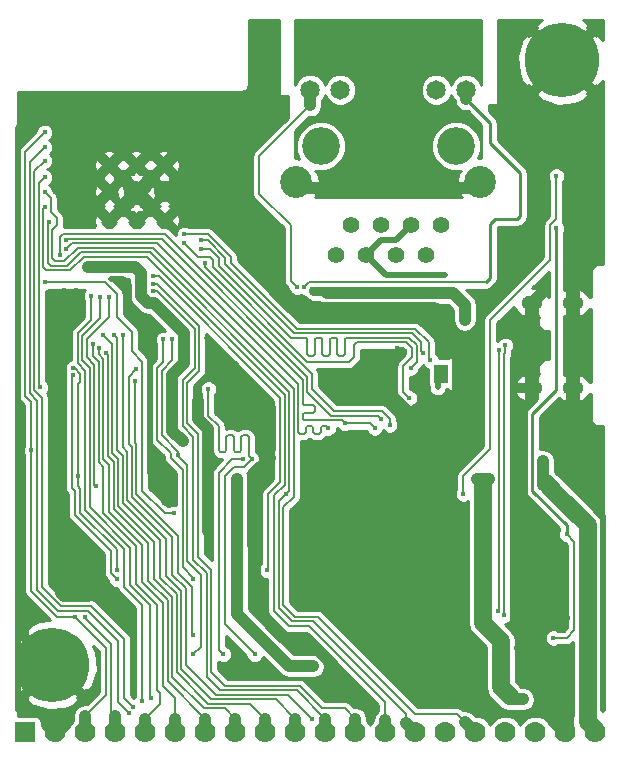
<source format=gbr>
G04 #@! TF.GenerationSoftware,KiCad,Pcbnew,no-vcs-found-36e5906~58~ubuntu16.04.1*
G04 #@! TF.CreationDate,2017-07-11T16:22:48+03:00*
G04 #@! TF.ProjectId,ESP32-GATEWAY_Rev_B,45535033322D474154455741595F5265,A*
G04 #@! TF.SameCoordinates,Original
G04 #@! TF.FileFunction,Copper,L2,Bot,Mixed*
G04 #@! TF.FilePolarity,Positive*
%FSLAX46Y46*%
G04 Gerber Fmt 4.6, Leading zero omitted, Abs format (unit mm)*
G04 Created by KiCad (PCBNEW no-vcs-found-36e5906~58~ubuntu16.04.1) date Tue Jul 11 16:22:48 2017*
%MOMM*%
%LPD*%
G01*
G04 APERTURE LIST*
%ADD10C,0.100000*%
%ADD11C,1.200000*%
%ADD12C,6.300000*%
%ADD13R,0.400000X0.400000*%
%ADD14R,1.422400X1.422400*%
%ADD15C,1.300000*%
%ADD16C,2.000000*%
%ADD17C,3.200000*%
%ADD18C,1.650000*%
%ADD19C,2.700000*%
%ADD20C,1.410000*%
%ADD21R,1.168400X1.600200*%
%ADD22O,1.800000X1.200000*%
%ADD23C,1.778000*%
%ADD24R,1.778000X1.778000*%
%ADD25C,0.450000*%
%ADD26C,0.900000*%
%ADD27C,0.750000*%
%ADD28C,0.254000*%
%ADD29C,0.203200*%
%ADD30C,0.508000*%
%ADD31C,1.016000*%
%ADD32C,1.524000*%
%ADD33C,0.762000*%
%ADD34C,1.778000*%
%ADD35C,0.406400*%
G04 APERTURE END LIST*
D10*
D11*
X113919000Y-71120000D03*
X118745000Y-71120000D03*
X117983000Y-72771000D03*
X114681000Y-72898000D03*
X117983000Y-69469000D03*
X114681000Y-69469000D03*
X116332000Y-73533000D03*
X116332000Y-68707000D03*
D12*
X116332000Y-71120000D03*
X73152000Y-122301000D03*
D11*
X73152000Y-119888000D03*
X73152000Y-124714000D03*
X71501000Y-120650000D03*
X74803000Y-120650000D03*
X71501000Y-124079000D03*
X74803000Y-123952000D03*
X75565000Y-122301000D03*
X70739000Y-122301000D03*
D13*
X101249000Y-97544000D03*
X101249000Y-98544000D03*
X100449000Y-99344000D03*
X99449000Y-99344000D03*
X98649000Y-98544000D03*
X98649000Y-97544000D03*
X99449000Y-96744000D03*
X100449000Y-96744000D03*
D14*
X99949000Y-98044000D03*
D15*
X77969600Y-84682800D03*
D16*
X80281000Y-82346000D03*
D15*
X82643200Y-84682800D03*
X77969600Y-79983800D03*
X82643200Y-79983800D03*
X80281000Y-79983800D03*
X80281000Y-84682800D03*
X77969600Y-82219000D03*
X82643200Y-82219000D03*
D17*
X95885000Y-78359000D03*
X107315000Y-78359000D03*
D18*
X105670000Y-73610500D03*
X94990000Y-73610500D03*
D19*
X93800000Y-81409000D03*
X109400000Y-81409000D03*
D18*
X108210000Y-73610500D03*
X97530000Y-73610500D03*
D20*
X97165000Y-87599000D03*
X98435000Y-85059000D03*
X99705000Y-87599000D03*
X100975000Y-85059000D03*
X102245000Y-87599000D03*
X103515000Y-85059000D03*
X104785000Y-87599000D03*
X106055000Y-85059000D03*
D21*
X107569000Y-97663000D03*
X107569000Y-97663000D03*
X106045000Y-97663000D03*
D22*
X117217000Y-91650000D03*
X113747000Y-91650000D03*
X113747000Y-98850000D03*
X117217000Y-98850000D03*
D23*
X111506000Y-128016000D03*
X114046000Y-128016000D03*
X119126000Y-128016000D03*
X116586000Y-128016000D03*
X106426000Y-128016000D03*
X108966000Y-128016000D03*
X103886000Y-128016000D03*
X101346000Y-128016000D03*
X96266000Y-128016000D03*
X98806000Y-128016000D03*
X93726000Y-128016000D03*
X91186000Y-128016000D03*
X86106000Y-128016000D03*
X88646000Y-128016000D03*
X83566000Y-128016000D03*
X81026000Y-128016000D03*
D24*
X70866000Y-128016000D03*
D23*
X73406000Y-128016000D03*
X75946000Y-128016000D03*
X78486000Y-128016000D03*
D25*
X115824000Y-85344000D03*
X116713000Y-111252000D03*
X115570000Y-120015000D03*
X70231000Y-109093000D03*
X70231000Y-112268000D03*
X70231000Y-116332000D03*
X119761000Y-102997000D03*
X119761000Y-105537000D03*
X119761000Y-109728000D03*
X119761000Y-113919000D03*
X119761000Y-118364000D03*
X119761000Y-121920000D03*
D26*
X114300000Y-113411000D03*
X113284000Y-111760000D03*
X114300000Y-111760000D03*
X109347000Y-94107000D03*
X109347000Y-95123000D03*
X109347000Y-96139000D03*
X107315000Y-117094000D03*
X98806000Y-104648000D03*
D25*
X70231000Y-92583000D03*
D26*
X112649000Y-120904000D03*
X112649000Y-105029000D03*
X116586000Y-118364000D03*
X115570000Y-118364000D03*
X103632000Y-121158000D03*
X101092000Y-121158000D03*
X102362000Y-119761000D03*
X101092000Y-118491000D03*
X101092000Y-116967000D03*
X99949000Y-114173000D03*
X97536000Y-114173000D03*
X106172000Y-114173000D03*
X107950000Y-114173000D03*
X102743000Y-112649000D03*
X97917000Y-110871000D03*
X100457000Y-110871000D03*
X105537000Y-110744000D03*
X107569000Y-110744000D03*
X101219000Y-115443000D03*
X104902000Y-115443000D03*
X73914000Y-108458000D03*
X74168000Y-116459000D03*
X86360000Y-108458000D03*
X93853000Y-110998000D03*
X93853000Y-112014000D03*
X93853000Y-113030000D03*
X90170000Y-109982000D03*
X90170000Y-111125000D03*
X75184000Y-116459000D03*
X82804000Y-107442000D03*
X82804000Y-108458000D03*
X102362000Y-122428000D03*
X112649000Y-119253000D03*
X103632000Y-118491000D03*
X103632000Y-111125000D03*
X97409000Y-123444000D03*
X76200000Y-116459000D03*
X93980000Y-120015000D03*
X90170000Y-112141000D03*
X73914000Y-109474000D03*
D25*
X79121000Y-89662000D03*
X78613000Y-89662000D03*
X78105000Y-89662000D03*
D26*
X73914000Y-94361000D03*
X73914000Y-95631000D03*
X73914000Y-101219000D03*
X85979000Y-76073000D03*
X83185000Y-76073000D03*
X80391000Y-76073000D03*
X77089000Y-76073000D03*
X75819000Y-83693000D03*
X75565000Y-81280000D03*
X75565000Y-78105000D03*
X75565000Y-74295000D03*
X78740000Y-74295000D03*
X78740000Y-78105000D03*
X81915000Y-78105000D03*
X81915000Y-74295000D03*
X84455000Y-74295000D03*
X84455000Y-78105000D03*
D25*
X86868000Y-96774000D03*
X89662000Y-98425000D03*
D26*
X85471000Y-99949000D03*
X73914000Y-102108000D03*
X73914000Y-104394000D03*
X75184000Y-90805000D03*
X74168000Y-90805000D03*
D25*
X89662000Y-97917000D03*
X86233000Y-94615000D03*
D26*
X86995000Y-74549000D03*
X72517000Y-74549000D03*
X91059000Y-68199000D03*
X91059000Y-69469000D03*
X91567000Y-104775000D03*
X103124000Y-101981000D03*
X103124000Y-101092000D03*
X106426000Y-95123000D03*
X91694000Y-74676000D03*
X92710000Y-74676000D03*
X91567000Y-88138000D03*
X92456000Y-88138000D03*
D25*
X105918000Y-102235000D03*
X105918000Y-101727000D03*
X105918000Y-101219000D03*
D26*
X94234000Y-91821000D03*
X106426000Y-94107000D03*
D25*
X102362000Y-95504000D03*
X102997000Y-95758000D03*
X95123000Y-126873000D03*
X72517000Y-81026000D03*
X72136000Y-98806000D03*
X80264000Y-97282000D03*
D26*
X113030000Y-125222000D03*
X111887000Y-125222000D03*
X109093000Y-106553000D03*
X110109000Y-106553000D03*
X111125000Y-120269000D03*
X88773000Y-117983000D03*
X95250000Y-122428000D03*
X88773000Y-106553000D03*
X88773000Y-107569000D03*
X88773000Y-113538000D03*
X84201000Y-103378000D03*
D25*
X84074000Y-97028000D03*
D26*
X76200000Y-88646000D03*
D25*
X106426000Y-89281000D03*
X105791000Y-98806000D03*
X77216000Y-91186000D03*
X81534000Y-125095000D03*
X75057000Y-118237000D03*
X71374000Y-104140000D03*
X72517000Y-77216000D03*
X74295000Y-86360000D03*
X97917000Y-101854000D03*
X100457000Y-102235000D03*
X85725000Y-87122000D03*
X103505000Y-97155000D03*
X74295000Y-87122000D03*
X96520000Y-102235000D03*
X77470000Y-94361000D03*
X77724000Y-95885000D03*
X76581000Y-95123000D03*
X77089000Y-95504000D03*
X76454000Y-91059000D03*
X80772000Y-125349000D03*
X78359000Y-94361000D03*
X79121000Y-94361000D03*
D27*
X95250000Y-90678000D03*
D26*
X103505000Y-90805000D03*
D25*
X99314000Y-90805000D03*
D26*
X108077000Y-93091000D03*
D25*
X84328000Y-85852000D03*
X105156000Y-96520000D03*
X85725000Y-86360000D03*
X104521000Y-95885000D03*
X94488000Y-90297000D03*
X93853000Y-90297000D03*
D26*
X103505000Y-68580000D03*
X106680000Y-68580000D03*
X99695000Y-68580000D03*
X96520000Y-68580000D03*
X97790000Y-70485000D03*
X95250000Y-70485000D03*
X105410000Y-70485000D03*
X107950000Y-70485000D03*
X103505000Y-72390000D03*
X99695000Y-72390000D03*
X97155000Y-75565000D03*
X99695000Y-76200000D03*
X103505000Y-76200000D03*
X106045000Y-75565000D03*
X101600000Y-78105000D03*
X101600000Y-74295000D03*
X101600000Y-70485000D03*
X99695000Y-80010000D03*
X103505000Y-80010000D03*
X105410000Y-81915000D03*
X97790000Y-81915000D03*
X101600000Y-81915000D03*
D25*
X103378000Y-99695000D03*
X84328000Y-86614000D03*
X73787000Y-87630000D03*
X100965000Y-101473000D03*
X90297000Y-121412000D03*
X86360000Y-98933000D03*
X90043000Y-104902000D03*
X85090000Y-121412000D03*
X83820000Y-104521000D03*
X83312000Y-94742000D03*
X83439000Y-109474000D03*
X72517000Y-89916000D03*
X85090000Y-115062000D03*
X82550000Y-94742000D03*
X86106000Y-88265000D03*
X101727000Y-101981000D03*
X111379000Y-118110000D03*
X111506000Y-95250000D03*
X110998000Y-95631000D03*
X110871000Y-117729000D03*
X87630000Y-121412000D03*
X89281000Y-104902000D03*
X85090000Y-119761000D03*
X80137000Y-98298000D03*
X72517000Y-82296000D03*
X75946000Y-118237000D03*
X91313000Y-114300000D03*
X81661000Y-89408000D03*
D26*
X114681000Y-107061000D03*
X114681000Y-106045000D03*
X114681000Y-105029000D03*
D25*
X81661000Y-90678000D03*
X81661000Y-90043000D03*
X80010000Y-125857000D03*
X72517000Y-79629000D03*
X79629000Y-126365000D03*
X72517000Y-78486000D03*
X76835000Y-107188000D03*
X77978000Y-91186000D03*
X75311000Y-106299000D03*
X78613000Y-114300000D03*
X74930000Y-97155000D03*
X78613000Y-115062000D03*
X74930000Y-97790000D03*
X72517000Y-83566000D03*
X92964000Y-107823000D03*
X107950000Y-107823000D03*
X115824000Y-80899000D03*
X72898000Y-84836000D03*
D28*
X113792000Y-101092000D02*
X115824000Y-99060000D01*
X115824000Y-99060000D02*
X115824000Y-85344000D01*
X116713000Y-111252000D02*
X116713000Y-110490000D01*
X116713000Y-110490000D02*
X113792000Y-107569000D01*
X113792000Y-107569000D02*
X113792000Y-101092000D01*
D29*
X117348000Y-111887000D02*
X117348000Y-119380000D01*
X116713000Y-111252000D02*
X117348000Y-111887000D01*
X115570000Y-120015000D02*
X116713000Y-120015000D01*
X116713000Y-120015000D02*
X117348000Y-119380000D01*
D30*
X119761000Y-121920000D02*
X119761000Y-126111000D01*
X119761000Y-113919000D02*
X119761000Y-109728000D01*
X119761000Y-118364000D02*
X119761000Y-113919000D01*
X119761000Y-121920000D02*
X119761000Y-118364000D01*
D31*
X113747000Y-91650000D02*
X114681000Y-90716000D01*
X114681000Y-90716000D02*
X114681000Y-90297000D01*
X73406000Y-128016000D02*
X73406000Y-126619000D01*
X113284000Y-111760000D02*
X114300000Y-111760000D01*
D32*
X112649000Y-105029000D02*
X112649000Y-100457000D01*
X112649000Y-119253000D02*
X112649000Y-105029000D01*
D31*
X93853000Y-110998000D02*
X98806000Y-106045000D01*
X98806000Y-106045000D02*
X98806000Y-104648000D01*
D32*
X116586000Y-128016000D02*
X116586000Y-125857000D01*
X116586000Y-125857000D02*
X114300000Y-123571000D01*
X114300000Y-123571000D02*
X114300000Y-120015000D01*
D33*
X116586000Y-118364000D02*
X115570000Y-118364000D01*
D31*
X101092000Y-118491000D02*
X101092000Y-116967000D01*
X97917000Y-110871000D02*
X100457000Y-110871000D01*
X105537000Y-110744000D02*
X107569000Y-110744000D01*
D30*
X81407000Y-106045000D02*
X82804000Y-107442000D01*
D33*
X82804000Y-107442000D02*
X82804000Y-108458000D01*
D30*
X81407000Y-106045000D02*
X81407000Y-93726000D01*
D31*
X73914000Y-109474000D02*
X73914000Y-116205000D01*
X73914000Y-116205000D02*
X74168000Y-116459000D01*
X86360000Y-108458000D02*
X86360000Y-102362000D01*
X86360000Y-108458000D02*
X86360000Y-110998000D01*
X75184000Y-116459000D02*
X74168000Y-116459000D01*
X76200000Y-116459000D02*
X75184000Y-116459000D01*
X73914000Y-104394000D02*
X73914000Y-108458000D01*
X73914000Y-108458000D02*
X73914000Y-109474000D01*
D30*
X70231000Y-76835000D02*
X70231000Y-92583000D01*
X70231000Y-92583000D02*
X70231000Y-109093000D01*
X70231000Y-109093000D02*
X70231000Y-112268000D01*
X70231000Y-112268000D02*
X70231000Y-116332000D01*
X70231000Y-116332000D02*
X70231000Y-126111000D01*
X79121000Y-89662000D02*
X78613000Y-89662000D01*
X78613000Y-89662000D02*
X78105000Y-89662000D01*
X79629000Y-91948000D02*
X79629000Y-90170000D01*
X79629000Y-90170000D02*
X79121000Y-89662000D01*
X81407000Y-93726000D02*
X79629000Y-91948000D01*
D31*
X73914000Y-101219000D02*
X73914000Y-102108000D01*
X73914000Y-95631000D02*
X73914000Y-101219000D01*
X85979000Y-76073000D02*
X83185000Y-76073000D01*
X80391000Y-76073000D02*
X77089000Y-76073000D01*
X75565000Y-81280000D02*
X75565000Y-78105000D01*
X75565000Y-74295000D02*
X78740000Y-74295000D01*
X78740000Y-78105000D02*
X81915000Y-78105000D01*
X81915000Y-74295000D02*
X84455000Y-74295000D01*
X86360000Y-102362000D02*
X85471000Y-101473000D01*
X85471000Y-101473000D02*
X85471000Y-99949000D01*
X73914000Y-102108000D02*
X73914000Y-104394000D01*
D30*
X72517000Y-74549000D02*
X70231000Y-76835000D01*
D31*
X91059000Y-69469000D02*
X91059000Y-68199000D01*
X102362000Y-121158000D02*
X103632000Y-121158000D01*
X101219000Y-115443000D02*
X99949000Y-114173000D01*
X104902000Y-115443000D02*
X106172000Y-114173000D01*
X103632000Y-112649000D02*
X102743000Y-112649000D01*
X103505000Y-115443000D02*
X101219000Y-115443000D01*
X103632000Y-111125000D02*
X103124000Y-110617000D01*
X103124000Y-110617000D02*
X103124000Y-109728000D01*
X103632000Y-115443000D02*
X103505000Y-115443000D01*
X103505000Y-115443000D02*
X104902000Y-115443000D01*
X93980000Y-120015000D02*
X92710000Y-120015000D01*
X92710000Y-120015000D02*
X90297000Y-117602000D01*
X93853000Y-110998000D02*
X93853000Y-112014000D01*
X93853000Y-113030000D02*
X93853000Y-112014000D01*
X90170000Y-109982000D02*
X90170000Y-106172000D01*
X90170000Y-106172000D02*
X91567000Y-104775000D01*
X90170000Y-109982000D02*
X90170000Y-111125000D01*
X90170000Y-111125000D02*
X90170000Y-112141000D01*
D32*
X103124000Y-101981000D02*
X103124000Y-109728000D01*
D31*
X102362000Y-122428000D02*
X102362000Y-121158000D01*
X102362000Y-121158000D02*
X102362000Y-119761000D01*
X102362000Y-119761000D02*
X103632000Y-118491000D01*
X103632000Y-118491000D02*
X103632000Y-115443000D01*
X103632000Y-115443000D02*
X103632000Y-112649000D01*
X103632000Y-112649000D02*
X103632000Y-111125000D01*
X97409000Y-123444000D02*
X96901000Y-123444000D01*
X96901000Y-123444000D02*
X97028000Y-123444000D01*
X97028000Y-123444000D02*
X96901000Y-123444000D01*
X90297000Y-112268000D02*
X90297000Y-117602000D01*
X93980000Y-120015000D02*
X94615000Y-120015000D01*
X94615000Y-120015000D02*
X96901000Y-122301000D01*
X96901000Y-122301000D02*
X96901000Y-123444000D01*
X90170000Y-112141000D02*
X90297000Y-112268000D01*
X84455000Y-78105000D02*
X84455000Y-78172000D01*
X84455000Y-78172000D02*
X82643200Y-79983800D01*
D30*
X89662000Y-98425000D02*
X89662000Y-97917000D01*
X91694000Y-100457000D02*
X89662000Y-98425000D01*
X89662000Y-97917000D02*
X88519000Y-96774000D01*
X88519000Y-96774000D02*
X86868000Y-96774000D01*
X86233000Y-94615000D02*
X86868000Y-95250000D01*
X86868000Y-95250000D02*
X86868000Y-96774000D01*
D34*
X91567000Y-88138000D02*
X85648000Y-82219000D01*
X85648000Y-82219000D02*
X82643200Y-82219000D01*
D33*
X91694000Y-104013000D02*
X91694000Y-100457000D01*
X91567000Y-104775000D02*
X91567000Y-104140000D01*
X91567000Y-104140000D02*
X91694000Y-104013000D01*
D30*
X107569000Y-97663000D02*
X107823000Y-97663000D01*
X107823000Y-97663000D02*
X108204000Y-97536000D01*
X108204000Y-97536000D02*
X107823000Y-97663000D01*
D32*
X103124000Y-101092000D02*
X103124000Y-101981000D01*
X99949000Y-98044000D02*
X100076000Y-98044000D01*
X100076000Y-98044000D02*
X103124000Y-101092000D01*
D35*
X105918000Y-101219000D02*
X107823000Y-101219000D01*
X107823000Y-101219000D02*
X107188000Y-101219000D01*
X107188000Y-101219000D02*
X107823000Y-101219000D01*
D34*
X105410000Y-92456000D02*
X106426000Y-93472000D01*
X106426000Y-93472000D02*
X106426000Y-94107000D01*
X107823000Y-95123000D02*
X106426000Y-95123000D01*
X106426000Y-95123000D02*
X106426000Y-94107000D01*
D31*
X92710000Y-74676000D02*
X91694000Y-74676000D01*
D32*
X91567000Y-89916000D02*
X91567000Y-88138000D01*
X94234000Y-91821000D02*
X93472000Y-91821000D01*
X93472000Y-91821000D02*
X91567000Y-89916000D01*
D34*
X107823000Y-101219000D02*
X107823000Y-99568000D01*
X107823000Y-99568000D02*
X107823000Y-97663000D01*
X107823000Y-97663000D02*
X107823000Y-95123000D01*
D28*
X102362000Y-95504000D02*
X102743000Y-95504000D01*
X102743000Y-95504000D02*
X102997000Y-95758000D01*
D34*
X94869000Y-92456000D02*
X105410000Y-92456000D01*
X94234000Y-91821000D02*
X94869000Y-92456000D01*
D29*
X95123000Y-126873000D02*
X93091000Y-124841000D01*
X93091000Y-124841000D02*
X86995000Y-124841000D01*
X86995000Y-124841000D02*
X84455000Y-122301000D01*
X79883000Y-108077000D02*
X79883000Y-103886000D01*
X79883000Y-103886000D02*
X79629000Y-103632000D01*
X79629000Y-103632000D02*
X79629000Y-97917000D01*
X79629000Y-97917000D02*
X80264000Y-97282000D01*
X72009000Y-98552000D02*
X72136000Y-98679000D01*
X72009000Y-81534000D02*
X72009000Y-98552000D01*
X72517000Y-81026000D02*
X72009000Y-81534000D01*
X72136000Y-98679000D02*
X72136000Y-98806000D01*
X83312000Y-111506000D02*
X79883000Y-108077000D01*
X83312000Y-114681000D02*
X83312000Y-111506000D01*
X84455000Y-115824000D02*
X84455000Y-122301000D01*
X83312000Y-114681000D02*
X84455000Y-115824000D01*
D31*
X111887000Y-125222000D02*
X111887000Y-124968000D01*
D32*
X111887000Y-124968000D02*
X111125000Y-124206000D01*
D31*
X109601000Y-106934000D02*
X109601000Y-106553000D01*
X109601000Y-106553000D02*
X109601000Y-106680000D01*
X109601000Y-106680000D02*
X109601000Y-106553000D01*
D32*
X111125000Y-120269000D02*
X109601000Y-118745000D01*
X109601000Y-118745000D02*
X109601000Y-106934000D01*
X111125000Y-124206000D02*
X111125000Y-120269000D01*
D31*
X113030000Y-125222000D02*
X111887000Y-125222000D01*
X109093000Y-106553000D02*
X109601000Y-106553000D01*
X109601000Y-106553000D02*
X110109000Y-106553000D01*
X95250000Y-122428000D02*
X93218000Y-122428000D01*
X93218000Y-122428000D02*
X88773000Y-117983000D01*
X88773000Y-113538000D02*
X88773000Y-117983000D01*
X88773000Y-107569000D02*
X88773000Y-113538000D01*
X88773000Y-106553000D02*
X88773000Y-107569000D01*
X83312000Y-102489000D02*
X84201000Y-103378000D01*
X80137000Y-88646000D02*
X80645000Y-89154000D01*
X80645000Y-89154000D02*
X80645000Y-91059000D01*
X80645000Y-91059000D02*
X81280000Y-91694000D01*
X76200000Y-88646000D02*
X80137000Y-88646000D01*
X81280000Y-91694000D02*
X81788000Y-91694000D01*
X84074000Y-97028000D02*
X83312000Y-97790000D01*
X83312000Y-97790000D02*
X83312000Y-102489000D01*
X84074000Y-97028000D02*
X84328000Y-96774000D01*
X84328000Y-96774000D02*
X84328000Y-94234000D01*
X84328000Y-94234000D02*
X81788000Y-91694000D01*
D30*
X99705000Y-87599000D02*
X101387000Y-89281000D01*
X101387000Y-89281000D02*
X106426000Y-89281000D01*
X103515000Y-85059000D02*
X102214000Y-86360000D01*
X102214000Y-86360000D02*
X100944000Y-86360000D01*
X100944000Y-86360000D02*
X99705000Y-87599000D01*
X105791000Y-98806000D02*
X105791000Y-97917000D01*
X105791000Y-97917000D02*
X106045000Y-97663000D01*
D29*
X81407000Y-124968000D02*
X81534000Y-125095000D01*
X75692000Y-96520000D02*
X76327000Y-97155000D01*
X77216000Y-91186000D02*
X77216000Y-92964000D01*
X75692000Y-96520000D02*
X75692000Y-94488000D01*
X75692000Y-94488000D02*
X77216000Y-92964000D01*
X79756000Y-112395000D02*
X76327000Y-108966000D01*
X79756000Y-115570000D02*
X81407000Y-117221000D01*
X76327000Y-97155000D02*
X76327000Y-108966000D01*
X79756000Y-115570000D02*
X79756000Y-112395000D01*
X81407000Y-117221000D02*
X81407000Y-124968000D01*
X75057000Y-118237000D02*
X73533000Y-118237000D01*
X71374000Y-116078000D02*
X73533000Y-118237000D01*
X71374000Y-116078000D02*
X71374000Y-104140000D01*
X75946000Y-126619000D02*
X77724000Y-124841000D01*
X77724000Y-124841000D02*
X77724000Y-120904000D01*
D31*
X75946000Y-128016000D02*
X75946000Y-126619000D01*
D29*
X75057000Y-118237000D02*
X77724000Y-120904000D01*
X72517000Y-77216000D02*
X70866000Y-78867000D01*
X71374000Y-100076000D02*
X70866000Y-99568000D01*
X71374000Y-104140000D02*
X71374000Y-100076000D01*
X70866000Y-99568000D02*
X70866000Y-78867000D01*
X74295000Y-86360000D02*
X74422000Y-86233000D01*
X74422000Y-86233000D02*
X82423000Y-86233000D01*
X82423000Y-86233000D02*
X94361000Y-98171000D01*
X94361000Y-98171000D02*
X94361000Y-100203000D01*
X95250000Y-100330000D02*
X94488000Y-100330000D01*
X94488000Y-100330000D02*
X94361000Y-100203000D01*
X95377000Y-100457000D02*
X95250000Y-100330000D01*
X95377000Y-100838000D02*
X95377000Y-100457000D01*
X95250000Y-100965000D02*
X95377000Y-100838000D01*
X94488000Y-100965000D02*
X95250000Y-100965000D01*
X94361000Y-101092000D02*
X94361000Y-101473000D01*
X94361000Y-101092000D02*
X94488000Y-100965000D01*
X94361000Y-101473000D02*
X94488000Y-101600000D01*
X94488000Y-101600000D02*
X97663000Y-101600000D01*
X97663000Y-101600000D02*
X97917000Y-101854000D01*
X97917000Y-101854000D02*
X100076000Y-101854000D01*
X100076000Y-101854000D02*
X100457000Y-102235000D01*
X87249000Y-88519000D02*
X93345000Y-94615000D01*
X87249000Y-87884000D02*
X87249000Y-88519000D01*
X86487009Y-87122009D02*
X87249000Y-87884000D01*
X85725000Y-87122000D02*
X86487009Y-87122009D01*
X95250000Y-96139000D02*
X94869000Y-96139000D01*
X104013000Y-96647000D02*
X103505000Y-97155000D01*
X104013000Y-95250000D02*
X104013000Y-96647000D01*
X95377000Y-94742000D02*
X95504000Y-94615000D01*
X95377000Y-96012000D02*
X95377000Y-94742000D01*
X103378000Y-94615000D02*
X104013000Y-95250000D01*
X95250000Y-96139000D02*
X95377000Y-96012000D01*
X95885000Y-94615000D02*
X96012000Y-94742000D01*
X95504000Y-94615000D02*
X95885000Y-94615000D01*
X96012000Y-94742000D02*
X96012000Y-96012000D01*
X96012000Y-96012000D02*
X96139000Y-96139000D01*
X96139000Y-96139000D02*
X96520000Y-96139000D01*
X96520000Y-96139000D02*
X96647000Y-96012000D01*
X96647000Y-94742000D02*
X96774000Y-94615000D01*
X96647000Y-96012000D02*
X96647000Y-94742000D01*
X97155000Y-94615000D02*
X97282000Y-94742000D01*
X96774000Y-94615000D02*
X97155000Y-94615000D01*
X97282000Y-94742000D02*
X97282000Y-96012000D01*
X97282000Y-96012000D02*
X97409000Y-96139000D01*
X97409000Y-96139000D02*
X97790000Y-96139000D01*
X97790000Y-96139000D02*
X97917000Y-96012000D01*
X97917000Y-94742000D02*
X98044000Y-94615000D01*
X97917000Y-96012000D02*
X97917000Y-94742000D01*
X98044000Y-94615000D02*
X103378000Y-94615000D01*
X94615000Y-94615000D02*
X93345000Y-94615000D01*
X94742000Y-94742000D02*
X94615000Y-94615000D01*
X94742000Y-96012000D02*
X94742000Y-94742000D01*
X94869000Y-96139000D02*
X94742000Y-96012000D01*
X74295000Y-87122000D02*
X74803000Y-86614000D01*
X74803000Y-86614000D02*
X82042000Y-86614000D01*
X82042000Y-86614000D02*
X93980000Y-98552000D01*
X96012000Y-102108000D02*
X96393000Y-102108000D01*
X95885000Y-102616000D02*
X95885000Y-102235000D01*
X95885000Y-102235000D02*
X96012000Y-102108000D01*
X95758000Y-102743000D02*
X95885000Y-102616000D01*
X95377000Y-102743000D02*
X95758000Y-102743000D01*
X95250000Y-102616000D02*
X95377000Y-102743000D01*
X95250000Y-102235000D02*
X95250000Y-102616000D01*
X94742000Y-102108000D02*
X95123000Y-102108000D01*
X95123000Y-102108000D02*
X95250000Y-102235000D01*
X93980000Y-102616000D02*
X94107000Y-102743000D01*
X93980000Y-98552000D02*
X93980000Y-102616000D01*
X94615000Y-102616000D02*
X94615000Y-102235000D01*
X94107000Y-102743000D02*
X94488000Y-102743000D01*
X94488000Y-102743000D02*
X94615000Y-102616000D01*
X94615000Y-102235000D02*
X94742000Y-102108000D01*
X96393000Y-102108000D02*
X96520000Y-102235000D01*
X88646000Y-126873000D02*
X87757000Y-125984000D01*
X87757000Y-125984000D02*
X85979000Y-125984000D01*
X85979000Y-125984000D02*
X83312000Y-123317000D01*
D31*
X88646000Y-128016000D02*
X88646000Y-126873000D01*
D29*
X81788000Y-115062000D02*
X83312000Y-116586000D01*
X81788000Y-115062000D02*
X81788000Y-111887000D01*
X78740000Y-108839000D02*
X81788000Y-111887000D01*
X78232000Y-95123000D02*
X78232000Y-104394000D01*
X78232000Y-104394000D02*
X78740000Y-104902000D01*
X78740000Y-104902000D02*
X78740000Y-108839000D01*
X83312000Y-116586000D02*
X83312000Y-123317000D01*
X77470000Y-94361000D02*
X78232000Y-95123000D01*
X86106000Y-126873000D02*
X82931000Y-123698000D01*
D31*
X86106000Y-128016000D02*
X86106000Y-126873000D01*
D29*
X82931000Y-116840000D02*
X82931000Y-123698000D01*
X81280000Y-115189000D02*
X82931000Y-116840000D01*
X77851000Y-96012000D02*
X77851000Y-104648000D01*
X77851000Y-104648000D02*
X78359000Y-105156000D01*
X78359000Y-105156000D02*
X78359000Y-109093000D01*
X81280000Y-112014000D02*
X78359000Y-109093000D01*
X81280000Y-115189000D02*
X81280000Y-112014000D01*
X77851000Y-96012000D02*
X77724000Y-95885000D01*
X81026000Y-126873000D02*
X82296000Y-125603000D01*
X82296000Y-125603000D02*
X82296000Y-124714000D01*
X82296000Y-124714000D02*
X82042000Y-124460000D01*
D31*
X81026000Y-128016000D02*
X81026000Y-126873000D01*
D29*
X82042000Y-117221000D02*
X82042000Y-124460000D01*
X80264000Y-115443000D02*
X82042000Y-117221000D01*
X80264000Y-112268000D02*
X77470000Y-109474000D01*
X77089000Y-96647000D02*
X77089000Y-105156000D01*
X77089000Y-105156000D02*
X77470000Y-105537000D01*
X77470000Y-105537000D02*
X77470000Y-109474000D01*
X80264000Y-115443000D02*
X80264000Y-112268000D01*
X76581000Y-96139000D02*
X77089000Y-96647000D01*
X76581000Y-95123000D02*
X76581000Y-96139000D01*
X83566000Y-126873000D02*
X83566000Y-125095000D01*
X83566000Y-125095000D02*
X82550000Y-124079000D01*
D31*
X83566000Y-128016000D02*
X83566000Y-126873000D01*
D29*
X77978000Y-109347000D02*
X77978000Y-105410000D01*
X77978000Y-105410000D02*
X77470000Y-104902000D01*
X77470000Y-104902000D02*
X77470000Y-96393000D01*
X80772000Y-115316000D02*
X80772000Y-112141000D01*
X82550000Y-124079000D02*
X82550000Y-117094000D01*
X80772000Y-112141000D02*
X77978000Y-109347000D01*
X82550000Y-117094000D02*
X80772000Y-115316000D01*
X77470000Y-96393000D02*
X77089000Y-96012000D01*
X77089000Y-96012000D02*
X77089000Y-95504000D01*
X80772000Y-117221000D02*
X80772000Y-125349000D01*
X76454000Y-91059000D02*
X76454000Y-93091000D01*
X75946000Y-109220000D02*
X75946000Y-97409000D01*
X75311000Y-96774000D02*
X75946000Y-97409000D01*
X75311000Y-94234000D02*
X75311000Y-96774000D01*
X76454000Y-93091000D02*
X75311000Y-94234000D01*
X79248000Y-112522000D02*
X79248000Y-115697000D01*
X75946000Y-109220000D02*
X79248000Y-112522000D01*
X79248000Y-115697000D02*
X80772000Y-117221000D01*
X91186000Y-126873000D02*
X89916000Y-125603000D01*
X89916000Y-125603000D02*
X86360000Y-125603000D01*
X86360000Y-125603000D02*
X83693000Y-122936000D01*
D31*
X91186000Y-128016000D02*
X91186000Y-126873000D01*
D29*
X82296000Y-114935000D02*
X83693000Y-116332000D01*
X82296000Y-114935000D02*
X82296000Y-111760000D01*
X83693000Y-116332000D02*
X83693000Y-122936000D01*
X78613000Y-94615000D02*
X78613000Y-104140000D01*
X78613000Y-104140000D02*
X79121000Y-104648000D01*
X79121000Y-104648000D02*
X79121000Y-108585000D01*
X82296000Y-111760000D02*
X79121000Y-108585000D01*
X78359000Y-94361000D02*
X78613000Y-94615000D01*
X93726000Y-126873000D02*
X92075000Y-125222000D01*
X92075000Y-125222000D02*
X86614000Y-125222000D01*
D31*
X93726000Y-128016000D02*
X93726000Y-126873000D01*
D29*
X86614000Y-125222000D02*
X84074000Y-122682000D01*
X79121000Y-103886000D02*
X79121000Y-94361000D01*
X82804000Y-114808000D02*
X82804000Y-111633000D01*
X79502000Y-108331000D02*
X82804000Y-111633000D01*
X82804000Y-114808000D02*
X84074000Y-116078000D01*
X84074000Y-116078000D02*
X84074000Y-122682000D01*
X79121000Y-103886000D02*
X79502000Y-104267000D01*
X79502000Y-104267000D02*
X79502000Y-108331000D01*
D33*
X96393000Y-90805000D02*
X96266000Y-90678000D01*
X96266000Y-90678000D02*
X95250000Y-90678000D01*
D31*
X108077000Y-93091000D02*
X108077000Y-91821000D01*
X108077000Y-91821000D02*
X107061000Y-90805000D01*
X107061000Y-90805000D02*
X103505000Y-90805000D01*
X103505000Y-90805000D02*
X99314000Y-90805000D01*
X99314000Y-90805000D02*
X96393000Y-90805000D01*
X96393000Y-90805000D02*
X96520000Y-90805000D01*
D29*
X88265000Y-87757000D02*
X88265000Y-88265000D01*
X88265000Y-88265000D02*
X93853000Y-93853000D01*
X84328000Y-85852000D02*
X86360000Y-85852000D01*
X86360000Y-85852000D02*
X88265000Y-87757000D01*
X105156000Y-96520000D02*
X105029000Y-96393000D01*
X105029000Y-96393000D02*
X105029000Y-94996000D01*
X103886000Y-93853000D02*
X105029000Y-94996000D01*
X93853000Y-93853000D02*
X103886000Y-93853000D01*
X85725000Y-86360000D02*
X86297198Y-86360000D01*
X86297198Y-86360000D02*
X87757000Y-87819802D01*
X87757000Y-87819802D02*
X87757000Y-88392000D01*
X87757000Y-88392000D02*
X93599000Y-94234000D01*
X104521000Y-95885000D02*
X104394000Y-95758000D01*
X104394000Y-95758000D02*
X104394000Y-94996000D01*
X103632000Y-94234000D02*
X104394000Y-94996000D01*
X93599000Y-94234000D02*
X103632000Y-94234000D01*
D28*
X112776000Y-84328000D02*
X112522000Y-84582000D01*
X112776000Y-80645000D02*
X112776000Y-84328000D01*
X110236000Y-78105000D02*
X112776000Y-80645000D01*
X110236000Y-76454000D02*
X110236000Y-78105000D01*
X108210000Y-74428000D02*
X110236000Y-76454000D01*
D29*
X109855000Y-89916000D02*
X94869000Y-89916000D01*
X94869000Y-89916000D02*
X94488000Y-90297000D01*
D28*
X110236000Y-89535000D02*
X110236000Y-84963000D01*
X109855000Y-89916000D02*
X110236000Y-89535000D01*
X110617000Y-84582000D02*
X110236000Y-84963000D01*
X112522000Y-84582000D02*
X110617000Y-84582000D01*
D31*
X108210000Y-73610500D02*
X108210000Y-74428000D01*
D29*
X93345000Y-85090000D02*
X90678000Y-82423000D01*
X90678000Y-82423000D02*
X90678000Y-79248000D01*
X90678000Y-79248000D02*
X94990000Y-74936000D01*
D31*
X94990000Y-74936000D02*
X94990000Y-73610500D01*
D29*
X93853000Y-90297000D02*
X93853000Y-90297000D01*
X93853000Y-90297000D02*
X93345000Y-89789000D01*
X93345000Y-89789000D02*
X93345000Y-85090000D01*
D31*
X93800000Y-81409000D02*
X94306000Y-81915000D01*
X94306000Y-81915000D02*
X97790000Y-81915000D01*
X101600000Y-70485000D02*
X103505000Y-68580000D01*
X103505000Y-68580000D02*
X106680000Y-68580000D01*
X99695000Y-68580000D02*
X96520000Y-68580000D01*
X97790000Y-70485000D02*
X95250000Y-70485000D01*
X105410000Y-70485000D02*
X107950000Y-70485000D01*
X103505000Y-72390000D02*
X103505000Y-76200000D01*
X99695000Y-72390000D02*
X99695000Y-76200000D01*
X99695000Y-76200000D02*
X103505000Y-76200000D01*
X101600000Y-78105000D02*
X101600000Y-74295000D01*
X99695000Y-80010000D02*
X103505000Y-80010000D01*
X105410000Y-81915000D02*
X108894000Y-81915000D01*
X108894000Y-81915000D02*
X109400000Y-81409000D01*
X97790000Y-81915000D02*
X101600000Y-81915000D01*
D29*
X86741000Y-88646000D02*
X94742000Y-96647000D01*
X86741000Y-88011000D02*
X86741000Y-88646000D01*
X86487000Y-87757000D02*
X86741000Y-88011000D01*
X85471000Y-87757000D02*
X86487000Y-87757000D01*
X98298000Y-96647000D02*
X98679000Y-96266000D01*
X102870000Y-97028000D02*
X102870000Y-99187000D01*
X103632000Y-95504000D02*
X103632000Y-96266000D01*
X103124000Y-94996000D02*
X103632000Y-95504000D01*
X94742000Y-96647000D02*
X98298000Y-96647000D01*
X102870000Y-99187000D02*
X103378000Y-99695000D01*
X103632000Y-96266000D02*
X102870000Y-97028000D01*
X98933000Y-94996000D02*
X103124000Y-94996000D01*
X98679000Y-95250000D02*
X98933000Y-94996000D01*
X98679000Y-96266000D02*
X98679000Y-95250000D01*
X84328000Y-86614000D02*
X85471000Y-87757000D01*
X73787000Y-87630000D02*
X73787000Y-86106000D01*
X73787000Y-86106000D02*
X74041000Y-85852000D01*
X74041000Y-85852000D02*
X82677000Y-85852000D01*
X82677000Y-85852000D02*
X94742000Y-97917000D01*
X96774000Y-101219000D02*
X100711000Y-101219000D01*
X94742000Y-97917000D02*
X94742000Y-99187000D01*
X94742000Y-99187000D02*
X96774000Y-101219000D01*
X100711000Y-101219000D02*
X100965000Y-101473000D01*
X90043000Y-104902000D02*
X89408000Y-105537000D01*
X88519000Y-105537000D02*
X89408000Y-105537000D01*
X87757000Y-106299000D02*
X88519000Y-105537000D01*
X87757000Y-106299000D02*
X87757000Y-118872000D01*
X87757000Y-118872000D02*
X90297000Y-121412000D01*
X88646000Y-104267000D02*
X89027000Y-104267000D01*
X87757000Y-104267000D02*
X87884000Y-104140000D01*
X87884000Y-104140000D02*
X87884000Y-102997000D01*
X87884000Y-102997000D02*
X88011000Y-102870000D01*
X88011000Y-102870000D02*
X88392000Y-102870000D01*
X88392000Y-102870000D02*
X88519000Y-102997000D01*
X88519000Y-102997000D02*
X88519000Y-104140000D01*
X88519000Y-104140000D02*
X88646000Y-104267000D01*
X86360000Y-101219000D02*
X87249000Y-102108000D01*
X86360000Y-101219000D02*
X86360000Y-98933000D01*
X87249000Y-104140000D02*
X87376000Y-104267000D01*
X87249000Y-102108000D02*
X87249000Y-104140000D01*
X87376000Y-104267000D02*
X87757000Y-104267000D01*
X89789000Y-104648000D02*
X90043000Y-104902000D01*
X89789000Y-102997000D02*
X89789000Y-104648000D01*
X89662000Y-102870000D02*
X89789000Y-102997000D01*
X89281000Y-102870000D02*
X89662000Y-102870000D01*
X89154000Y-102997000D02*
X89281000Y-102870000D01*
X89154000Y-104140000D02*
X89154000Y-102997000D01*
X89027000Y-104267000D02*
X89154000Y-104140000D01*
X85725000Y-120777000D02*
X85090000Y-121412000D01*
X85725000Y-114681000D02*
X85725000Y-120777000D01*
X84582000Y-113538000D02*
X85725000Y-114681000D01*
X84582000Y-105410000D02*
X84582000Y-113538000D01*
X83820000Y-104648000D02*
X84582000Y-105410000D01*
X83820000Y-104648000D02*
X83820000Y-104521000D01*
X82423000Y-102870000D02*
X83820000Y-104267000D01*
X83820000Y-104267000D02*
X83820000Y-104521000D01*
X82423000Y-97409000D02*
X82423000Y-102870000D01*
X83312000Y-96520000D02*
X82423000Y-97409000D01*
X83312000Y-94742000D02*
X83312000Y-96520000D01*
X80772000Y-96647000D02*
X80772000Y-107569000D01*
X80772000Y-107569000D02*
X82677000Y-109474000D01*
X82677000Y-109474000D02*
X83439000Y-109474000D01*
X78613000Y-92837000D02*
X79883000Y-94107000D01*
X79883000Y-94107000D02*
X79883000Y-95758000D01*
X79883000Y-95758000D02*
X80772000Y-96647000D01*
X72517000Y-89916000D02*
X77597000Y-89916000D01*
X77597000Y-89916000D02*
X78613000Y-90932000D01*
X78613000Y-90932000D02*
X78613000Y-92837000D01*
X84201000Y-105791000D02*
X83185000Y-104775000D01*
X85090000Y-115062000D02*
X85090000Y-114935000D01*
X85090000Y-114935000D02*
X84201000Y-114046000D01*
X84201000Y-114046000D02*
X84201000Y-105791000D01*
X82042000Y-97155000D02*
X82550000Y-96647000D01*
X82550000Y-96647000D02*
X82550000Y-94742000D01*
X83185000Y-104775000D02*
X83185000Y-104394000D01*
X83185000Y-104394000D02*
X82042000Y-103251000D01*
X82042000Y-103251000D02*
X82042000Y-97155000D01*
X86106000Y-88265000D02*
X86106000Y-88646000D01*
X86106000Y-88646000D02*
X95123000Y-97663000D01*
X95123000Y-97663000D02*
X95123000Y-98933000D01*
X95123000Y-98933000D02*
X97028000Y-100838000D01*
X97028000Y-100838000D02*
X101092000Y-100838000D01*
X101092000Y-100838000D02*
X101727000Y-101473000D01*
X101727000Y-101473000D02*
X101727000Y-101981000D01*
X111379000Y-118110000D02*
X111379000Y-96012000D01*
X111506000Y-95885000D02*
X111506000Y-95250000D01*
X111379000Y-96012000D02*
X111506000Y-95885000D01*
X110871000Y-117729000D02*
X110998000Y-117602000D01*
X110998000Y-117602000D02*
X110998000Y-95631000D01*
X87249000Y-121031000D02*
X87630000Y-121412000D01*
X87249000Y-106045000D02*
X87249000Y-121031000D01*
X87249000Y-106045000D02*
X88392000Y-104902000D01*
X88392000Y-104902000D02*
X89281000Y-104902000D01*
X83820000Y-111379000D02*
X83820000Y-114554000D01*
X83820000Y-114554000D02*
X84963000Y-115697000D01*
X84963000Y-115697000D02*
X84963000Y-119634000D01*
X84963000Y-119634000D02*
X85090000Y-119761000D01*
X80264000Y-107823000D02*
X83820000Y-111379000D01*
X80137000Y-98298000D02*
X80137000Y-103505000D01*
X80137000Y-103505000D02*
X80264000Y-103632000D01*
X80264000Y-103632000D02*
X80264000Y-107823000D01*
X74168000Y-88137998D02*
X75310998Y-86995000D01*
X75310998Y-86995000D02*
X81661000Y-86995000D01*
X81661000Y-86995000D02*
X93599000Y-98933000D01*
X108077000Y-127127000D02*
X107442000Y-126492000D01*
X107442000Y-126492000D02*
X103886000Y-126492000D01*
D31*
X108966000Y-128016000D02*
X108077000Y-127127000D01*
D29*
X92710000Y-117221000D02*
X93726000Y-118237000D01*
X92710000Y-108966000D02*
X92710000Y-117221000D01*
X93599000Y-108077000D02*
X93599000Y-98933000D01*
X93599000Y-108077000D02*
X92710000Y-108966000D01*
X95631000Y-118237000D02*
X103886000Y-126492000D01*
X93726000Y-118237000D02*
X95631000Y-118237000D01*
X73152000Y-87884000D02*
X73405998Y-88137998D01*
X73025000Y-82804000D02*
X73025000Y-83947000D01*
X73025000Y-83947000D02*
X73533000Y-84455000D01*
X73533000Y-84455000D02*
X73533000Y-85090000D01*
X73533000Y-85090000D02*
X73152002Y-85470998D01*
X73152002Y-85470998D02*
X73152000Y-87884000D01*
X72517000Y-82296000D02*
X73025000Y-82804000D01*
X73405998Y-88137998D02*
X74168000Y-88137998D01*
X74168000Y-88137998D02*
X74168004Y-88137998D01*
X75946000Y-118237000D02*
X75946000Y-118364000D01*
X78105000Y-126238000D02*
X78105000Y-120523000D01*
X78486000Y-126619000D02*
X78105000Y-126238000D01*
X91313000Y-114300000D02*
X91440000Y-114173000D01*
X91440000Y-114173000D02*
X91440000Y-107823000D01*
X92456000Y-99695000D02*
X92456000Y-106807000D01*
X92456000Y-106807000D02*
X91440000Y-107823000D01*
X81661000Y-89408000D02*
X82169000Y-89408000D01*
X82169000Y-89408000D02*
X92456000Y-99695000D01*
X75946000Y-118364000D02*
X78105000Y-120523000D01*
D31*
X78486000Y-128016000D02*
X78486000Y-126619000D01*
X78486000Y-126619000D02*
X78486000Y-126619000D01*
D32*
X118491000Y-110490000D02*
X115824000Y-107823000D01*
X115824000Y-107823000D02*
X114935000Y-106934000D01*
D31*
X114681000Y-105029000D02*
X114681000Y-106680000D01*
X114681000Y-106680000D02*
X115824000Y-107823000D01*
X114681000Y-107061000D02*
X114808000Y-107061000D01*
X114808000Y-107061000D02*
X114935000Y-106934000D01*
X114935000Y-106934000D02*
X114681000Y-106680000D01*
X114681000Y-107061000D02*
X114681000Y-106045000D01*
X114681000Y-105029000D02*
X114681000Y-106045000D01*
D32*
X119126000Y-128016000D02*
X119126000Y-127762000D01*
X118491000Y-127127000D02*
X118491000Y-110490000D01*
X119126000Y-127762000D02*
X118491000Y-127127000D01*
D29*
X96266000Y-126873000D02*
X93853000Y-124460000D01*
X93853000Y-124460000D02*
X87376000Y-124460000D01*
X86233000Y-123317000D02*
X87376000Y-124460000D01*
D31*
X96266000Y-128016000D02*
X96266000Y-126873000D01*
D29*
X86233000Y-114554000D02*
X86233000Y-123317000D01*
X85090000Y-113411000D02*
X86233000Y-114554000D01*
X85090000Y-102997000D02*
X85090000Y-113411000D01*
X84201000Y-98171000D02*
X84201000Y-102108000D01*
X85217000Y-97155000D02*
X84201000Y-98171000D01*
X84201000Y-102108000D02*
X85090000Y-102997000D01*
X85217000Y-93853000D02*
X85217000Y-97155000D01*
X82042000Y-90678000D02*
X85217000Y-93853000D01*
X81661000Y-90678000D02*
X82042000Y-90678000D01*
X98806000Y-126873000D02*
X97917000Y-125984000D01*
X97917000Y-125984000D02*
X96012000Y-125984000D01*
X96012000Y-125984000D02*
X94107000Y-124079000D01*
X94107000Y-124079000D02*
X87757000Y-124079000D01*
X86614000Y-122936000D02*
X87757000Y-124079000D01*
D31*
X98806000Y-128016000D02*
X98806000Y-126873000D01*
D29*
X86614000Y-114300000D02*
X86614000Y-122936000D01*
X85471000Y-113157000D02*
X86614000Y-114300000D01*
X85471000Y-102743000D02*
X85471000Y-113157000D01*
X84582000Y-101854000D02*
X85471000Y-102743000D01*
X84582000Y-98425000D02*
X84582000Y-101854000D01*
X85598000Y-97409000D02*
X84582000Y-98425000D01*
X85598000Y-93629828D02*
X85598000Y-97409000D01*
X82011172Y-90043000D02*
X85598000Y-93629828D01*
X81661000Y-90043000D02*
X82011172Y-90043000D01*
X79248000Y-120142000D02*
X79248000Y-125095000D01*
X79248000Y-125095000D02*
X80010000Y-125857000D01*
X72263000Y-115697000D02*
X73914000Y-117348000D01*
X73914000Y-117348000D02*
X76454000Y-117348000D01*
X76454000Y-117348000D02*
X79248000Y-120142000D01*
X72263000Y-99695000D02*
X72263000Y-115697000D01*
X71628000Y-99060000D02*
X72263000Y-99695000D01*
X71628000Y-80518000D02*
X71628000Y-99060000D01*
X72517000Y-79629000D02*
X71628000Y-80518000D01*
X78740000Y-120269000D02*
X78740000Y-125476000D01*
X78740000Y-125476000D02*
X79629000Y-126365000D01*
X71882000Y-115951000D02*
X73660000Y-117729000D01*
X73660000Y-117729000D02*
X76200000Y-117729000D01*
X76200000Y-117729000D02*
X78740000Y-120269000D01*
X71882000Y-99949000D02*
X71882000Y-115951000D01*
X71247000Y-99314000D02*
X71882000Y-99949000D01*
X71247000Y-79756000D02*
X71247000Y-99314000D01*
X72517000Y-78486000D02*
X71247000Y-79756000D01*
X76708000Y-96901000D02*
X76708000Y-107061000D01*
X76073000Y-96266000D02*
X76708000Y-96901000D01*
X76073000Y-94742000D02*
X76073000Y-96266000D01*
X77978000Y-92837000D02*
X76073000Y-94742000D01*
X77978000Y-91186000D02*
X77978000Y-92837000D01*
X76708000Y-107061000D02*
X76835000Y-107188000D01*
X74930000Y-97155000D02*
X75057000Y-97155000D01*
X75057000Y-97155000D02*
X75535999Y-97633999D01*
X75535999Y-97633999D02*
X75535999Y-98327001D01*
X75535999Y-98327001D02*
X75311000Y-98552000D01*
X75311000Y-98552000D02*
X75311000Y-106299000D01*
X78613000Y-114300000D02*
X78613000Y-112522000D01*
X75535999Y-107412999D02*
X75311000Y-107188000D01*
X78613000Y-112522000D02*
X75535999Y-109444999D01*
X75535999Y-109444999D02*
X75535999Y-107412999D01*
X75311000Y-107188000D02*
X75311000Y-106299000D01*
X74930000Y-97790000D02*
X74803000Y-97917000D01*
X75057000Y-107569000D02*
X75057000Y-109601000D01*
X74803000Y-97917000D02*
X74803000Y-107315000D01*
X74803000Y-107315000D02*
X75057000Y-107569000D01*
X75057000Y-109601000D02*
X78105000Y-112649000D01*
X78105000Y-112649000D02*
X78105000Y-114554000D01*
X78105000Y-114554000D02*
X78613000Y-115062000D01*
X101346000Y-127000000D02*
X101346000Y-125476000D01*
D31*
X101346000Y-128016000D02*
X101346000Y-127000000D01*
D29*
X91948000Y-117729000D02*
X93218000Y-118999000D01*
X91948000Y-107950000D02*
X91948000Y-117729000D01*
X92837000Y-107061000D02*
X92837000Y-99441000D01*
X81153000Y-87757000D02*
X92837000Y-99441000D01*
X75819000Y-87757000D02*
X81153000Y-87757000D01*
X72644000Y-88900000D02*
X74676000Y-88900000D01*
X72390000Y-88646000D02*
X72644000Y-88900000D01*
X74676000Y-88900000D02*
X75819000Y-87757000D01*
X72390000Y-83693000D02*
X72390000Y-88646000D01*
X72517000Y-83566000D02*
X72390000Y-83693000D01*
X92837000Y-107061000D02*
X91948000Y-107950000D01*
X94869000Y-118999000D02*
X101346000Y-125476000D01*
X93218000Y-118999000D02*
X94869000Y-118999000D01*
X103124000Y-127254000D02*
X103124000Y-126492000D01*
D31*
X103886000Y-128016000D02*
X103124000Y-127254000D01*
D29*
X110236000Y-93091000D02*
X115316000Y-88011000D01*
X115316000Y-88011000D02*
X115316000Y-85090000D01*
X93218000Y-99187000D02*
X93218000Y-107569000D01*
X93218000Y-107569000D02*
X92964000Y-107823000D01*
X92964000Y-107823000D02*
X92329000Y-108458000D01*
X107950000Y-106299000D02*
X107950000Y-107823000D01*
X110236000Y-93091000D02*
X110236000Y-104013000D01*
X110236000Y-104013000D02*
X107950000Y-106299000D01*
X115824000Y-80899000D02*
X115824000Y-84582000D01*
X115824000Y-84582000D02*
X115316000Y-85090000D01*
X92329000Y-117475000D02*
X93472000Y-118618000D01*
X92329000Y-108458000D02*
X92329000Y-117475000D01*
X75565000Y-87376000D02*
X81407000Y-87376000D01*
X73025000Y-88519000D02*
X74422000Y-88519000D01*
X81407000Y-87376000D02*
X93218000Y-99187000D01*
X74422000Y-88519000D02*
X75565000Y-87376000D01*
X72771000Y-88265000D02*
X73025000Y-88519000D01*
X72771000Y-84963000D02*
X72771000Y-88265000D01*
X72898000Y-84836000D02*
X72771000Y-84963000D01*
X95250000Y-118618000D02*
X103124000Y-126492000D01*
X93472000Y-118618000D02*
X95250000Y-118618000D01*
D28*
G36*
X92329000Y-74041000D02*
X92338667Y-74089601D01*
X92366197Y-74130803D01*
X92407399Y-74158333D01*
X92456000Y-74168000D01*
X93091000Y-74168000D01*
X93091000Y-75972896D01*
X90246948Y-78816948D01*
X90114803Y-79014716D01*
X90068400Y-79248000D01*
X90068400Y-82423000D01*
X90114803Y-82656284D01*
X90246948Y-82854052D01*
X92735400Y-85342505D01*
X92735400Y-89789000D01*
X92781803Y-90022284D01*
X92913948Y-90220052D01*
X93119887Y-90425992D01*
X93119873Y-90442163D01*
X93231231Y-90711669D01*
X93437247Y-90918045D01*
X93706558Y-91029872D01*
X93998163Y-91030127D01*
X94170591Y-90958881D01*
X94341558Y-91029872D01*
X94436521Y-91029955D01*
X94445683Y-91043667D01*
X94500993Y-91177526D01*
X94604220Y-91280933D01*
X94621382Y-91306618D01*
X94646843Y-91323631D01*
X94749168Y-91426134D01*
X94884108Y-91482166D01*
X94909794Y-91499329D01*
X94939828Y-91505303D01*
X95073590Y-91560846D01*
X95219704Y-91560974D01*
X95250000Y-91567000D01*
X95739802Y-91567000D01*
X96004194Y-91743662D01*
X96393000Y-91821000D01*
X106640160Y-91821000D01*
X107061000Y-92241841D01*
X107061000Y-93091000D01*
X107138338Y-93479806D01*
X107358580Y-93809420D01*
X107688194Y-94029662D01*
X108077000Y-94107000D01*
X108465806Y-94029662D01*
X108795420Y-93809420D01*
X109015662Y-93479806D01*
X109093000Y-93091000D01*
X109093000Y-91821000D01*
X109028194Y-91495197D01*
X109015662Y-91432193D01*
X108795421Y-91102580D01*
X108218440Y-90525600D01*
X109727304Y-90525600D01*
X109855000Y-90551000D01*
X110098004Y-90502664D01*
X110304013Y-90365013D01*
X110685013Y-89984013D01*
X110822664Y-89778005D01*
X110871000Y-89535000D01*
X110871000Y-85226026D01*
X110880026Y-85217000D01*
X112522000Y-85217000D01*
X112765004Y-85168664D01*
X112971013Y-85031013D01*
X113225013Y-84777013D01*
X113362664Y-84571004D01*
X113411000Y-84328000D01*
X113411000Y-80645000D01*
X113375667Y-80467365D01*
X113362664Y-80401995D01*
X113307339Y-80319197D01*
X113225013Y-80195987D01*
X113225010Y-80195985D01*
X110871000Y-77841974D01*
X110871000Y-76454005D01*
X110871001Y-76454000D01*
X110822664Y-76210996D01*
X110685013Y-76004987D01*
X110109000Y-75428974D01*
X110109000Y-74930000D01*
X110744000Y-74930000D01*
X110792601Y-74920333D01*
X110833803Y-74892803D01*
X110861333Y-74851601D01*
X110871000Y-74803000D01*
X110871000Y-74071016D01*
X114099404Y-74071016D01*
X114494366Y-74513548D01*
X115932902Y-74958461D01*
X117432197Y-74819004D01*
X118169634Y-74513548D01*
X118564596Y-74071016D01*
X118435074Y-73941494D01*
X118459118Y-73936711D01*
X118519526Y-73731791D01*
X117983000Y-73195264D01*
X117835922Y-73342342D01*
X117538502Y-73044922D01*
X117579838Y-73003586D01*
X117452994Y-72876742D01*
X117558736Y-72771000D01*
X117022209Y-72234474D01*
X116817289Y-72294882D01*
X116812610Y-72319030D01*
X116332000Y-71838420D01*
X115843922Y-72326498D01*
X115802586Y-72285162D01*
X115707039Y-72380709D01*
X115641791Y-72361474D01*
X115105264Y-72898000D01*
X115147506Y-72940242D01*
X115084162Y-73003586D01*
X115125498Y-73044922D01*
X114764578Y-73405842D01*
X114681000Y-73322264D01*
X114144474Y-73858791D01*
X114182531Y-73987889D01*
X114099404Y-74071016D01*
X110871000Y-74071016D01*
X110871000Y-70720902D01*
X112493539Y-70720902D01*
X112632996Y-72220197D01*
X112938452Y-72957634D01*
X113380984Y-73352596D01*
X113489436Y-73244144D01*
X113515289Y-73374118D01*
X113720209Y-73434526D01*
X114256736Y-72898000D01*
X114095516Y-72736780D01*
X114519780Y-72312516D01*
X114681000Y-72473736D01*
X115217526Y-71937209D01*
X115157118Y-71732289D01*
X115095838Y-71720414D01*
X115166838Y-71649414D01*
X115125502Y-71608078D01*
X115613580Y-71120000D01*
X115133074Y-70639494D01*
X115157118Y-70634711D01*
X115217526Y-70429791D01*
X114681000Y-69893264D01*
X114575258Y-69999006D01*
X114448414Y-69872162D01*
X114407078Y-69913498D01*
X114109658Y-69616078D01*
X114256736Y-69469000D01*
X113720209Y-68932474D01*
X113515289Y-68992882D01*
X113510610Y-69017030D01*
X113380984Y-68887404D01*
X112938452Y-69282366D01*
X112493539Y-70720902D01*
X110871000Y-70720902D01*
X110871000Y-67691000D01*
X114579955Y-67691000D01*
X114494366Y-67726452D01*
X114099404Y-68168984D01*
X114228926Y-68298506D01*
X114204882Y-68303289D01*
X114144474Y-68508209D01*
X114681000Y-69044736D01*
X114828078Y-68897658D01*
X115125498Y-69195078D01*
X115084162Y-69236414D01*
X115211006Y-69363258D01*
X115105264Y-69469000D01*
X115641791Y-70005526D01*
X115846711Y-69945118D01*
X115851390Y-69920970D01*
X116332000Y-70401580D01*
X116812506Y-69921074D01*
X116817289Y-69945118D01*
X117022209Y-70005526D01*
X117558736Y-69469000D01*
X117452994Y-69363258D01*
X117579838Y-69236414D01*
X117538502Y-69195078D01*
X117835922Y-68897658D01*
X117983000Y-69044736D01*
X118519526Y-68508209D01*
X118459118Y-68303289D01*
X118434970Y-68298610D01*
X118564596Y-68168984D01*
X118169634Y-67726452D01*
X118055007Y-67691000D01*
X119761000Y-67691000D01*
X119761000Y-69367955D01*
X119725548Y-69282366D01*
X119283016Y-68887404D01*
X119153494Y-69016926D01*
X119148711Y-68992882D01*
X118943791Y-68932474D01*
X118407264Y-69469000D01*
X118554342Y-69616078D01*
X118256922Y-69913498D01*
X118215586Y-69872162D01*
X118088742Y-69999006D01*
X117983000Y-69893264D01*
X117446474Y-70429791D01*
X117506882Y-70634711D01*
X117531030Y-70639390D01*
X117050420Y-71120000D01*
X117530926Y-71600506D01*
X117506882Y-71605289D01*
X117446474Y-71810209D01*
X117983000Y-72346736D01*
X118088742Y-72240994D01*
X118215586Y-72367838D01*
X118256922Y-72326502D01*
X118554342Y-72623922D01*
X118407264Y-72771000D01*
X118943791Y-73307526D01*
X119148711Y-73247118D01*
X119153390Y-73222970D01*
X119283016Y-73352596D01*
X119725548Y-72957634D01*
X119761000Y-72843007D01*
X119761000Y-88392000D01*
X119380000Y-88392000D01*
X119136996Y-88440336D01*
X118930987Y-88577987D01*
X118793336Y-88783996D01*
X118745000Y-89027000D01*
X118745000Y-91141998D01*
X118636759Y-91141998D01*
X118581956Y-91061675D01*
X118275749Y-90698917D01*
X117854029Y-90480953D01*
X117667000Y-90601373D01*
X117667000Y-91350000D01*
X117745000Y-91350000D01*
X117745000Y-91950000D01*
X117667000Y-91950000D01*
X117667000Y-92698627D01*
X117854029Y-92819047D01*
X118275749Y-92601083D01*
X118581956Y-92238325D01*
X118636759Y-92158002D01*
X118745000Y-92158002D01*
X118745000Y-98341998D01*
X118636759Y-98341998D01*
X118581956Y-98261675D01*
X118275749Y-97898917D01*
X117854029Y-97680953D01*
X117667000Y-97801373D01*
X117667000Y-98550000D01*
X117745000Y-98550000D01*
X117745000Y-99150000D01*
X117667000Y-99150000D01*
X117667000Y-99898627D01*
X117854029Y-100019047D01*
X118275749Y-99801083D01*
X118581956Y-99438325D01*
X118636759Y-99358002D01*
X118745000Y-99358002D01*
X118745000Y-101473000D01*
X118793336Y-101716004D01*
X118930987Y-101922013D01*
X119136996Y-102059664D01*
X119380000Y-102108000D01*
X119761000Y-102108000D01*
X119761000Y-110489995D01*
X119664327Y-110003992D01*
X119601655Y-109910197D01*
X119389026Y-109591974D01*
X119389023Y-109591972D01*
X116722026Y-106924974D01*
X115833026Y-106035974D01*
X115697000Y-105945085D01*
X115697000Y-105029000D01*
X115619662Y-104640194D01*
X115399420Y-104310580D01*
X115069806Y-104090338D01*
X114681000Y-104013000D01*
X114427000Y-104063524D01*
X114427000Y-101355026D01*
X116077091Y-99704935D01*
X116158251Y-99801083D01*
X116579971Y-100019047D01*
X116767000Y-99898627D01*
X116767000Y-99150000D01*
X116689000Y-99150000D01*
X116689000Y-98550000D01*
X116767000Y-98550000D01*
X116767000Y-97801373D01*
X116579971Y-97680953D01*
X116459000Y-97743476D01*
X116459000Y-92756524D01*
X116579971Y-92819047D01*
X116767000Y-92698627D01*
X116767000Y-91950000D01*
X116689000Y-91950000D01*
X116689000Y-91350000D01*
X116767000Y-91350000D01*
X116767000Y-90601373D01*
X116579971Y-90480953D01*
X116459000Y-90543476D01*
X116459000Y-85726145D01*
X116556872Y-85490442D01*
X116557127Y-85198837D01*
X116445769Y-84929331D01*
X116365033Y-84848454D01*
X116387197Y-84815284D01*
X116433600Y-84582000D01*
X116433600Y-81326178D01*
X116445045Y-81314753D01*
X116556872Y-81045442D01*
X116557127Y-80753837D01*
X116445769Y-80484331D01*
X116239753Y-80277955D01*
X115970442Y-80166128D01*
X115678837Y-80165873D01*
X115409331Y-80277231D01*
X115202955Y-80483247D01*
X115091128Y-80752558D01*
X115090873Y-81044163D01*
X115202231Y-81313669D01*
X115214400Y-81325859D01*
X115214400Y-84329495D01*
X114884949Y-84658947D01*
X114884948Y-84658948D01*
X114752803Y-84856716D01*
X114706400Y-85090000D01*
X114706400Y-87758496D01*
X109804948Y-92659948D01*
X109672803Y-92857716D01*
X109626400Y-93091000D01*
X109626400Y-103760496D01*
X107518948Y-105867948D01*
X107386803Y-106065716D01*
X107340400Y-106299000D01*
X107340400Y-107395822D01*
X107328955Y-107407247D01*
X107217128Y-107676558D01*
X107216873Y-107968163D01*
X107328231Y-108237669D01*
X107534247Y-108444045D01*
X107803558Y-108555872D01*
X108095163Y-108556127D01*
X108331000Y-108458681D01*
X108331000Y-118744995D01*
X108330999Y-118745000D01*
X108427673Y-119231008D01*
X108702974Y-119643026D01*
X109855000Y-120795051D01*
X109855000Y-124205995D01*
X109854999Y-124206000D01*
X109951673Y-124692008D01*
X110226974Y-125104026D01*
X110988975Y-125866026D01*
X111400992Y-126141327D01*
X111498194Y-126160662D01*
X111539986Y-126168975D01*
X111887000Y-126238001D01*
X111887005Y-126238000D01*
X113030000Y-126238000D01*
X113418806Y-126160662D01*
X113748420Y-125940420D01*
X113968662Y-125610806D01*
X114046000Y-125222000D01*
X113968662Y-124833194D01*
X113748420Y-124503580D01*
X113418806Y-124283338D01*
X113030000Y-124206000D01*
X112875915Y-124206000D01*
X112785026Y-124069975D01*
X112395000Y-123679948D01*
X112395000Y-120269000D01*
X112298327Y-119782992D01*
X112023026Y-119370974D01*
X112023023Y-119370972D01*
X111495153Y-118843102D01*
X111524163Y-118843127D01*
X111793669Y-118731769D01*
X112000045Y-118525753D01*
X112111872Y-118256442D01*
X112112127Y-117964837D01*
X112000769Y-117695331D01*
X111988600Y-117683141D01*
X111988600Y-99333716D01*
X112310671Y-99333716D01*
X112382044Y-99438325D01*
X112688251Y-99801083D01*
X113109971Y-100019047D01*
X113297000Y-99898627D01*
X113297000Y-99150000D01*
X112413407Y-99150000D01*
X112310671Y-99333716D01*
X111988600Y-99333716D01*
X111988600Y-98366284D01*
X112310671Y-98366284D01*
X112413407Y-98550000D01*
X113297000Y-98550000D01*
X113297000Y-97801373D01*
X113109971Y-97680953D01*
X112688251Y-97898917D01*
X112382044Y-98261675D01*
X112310671Y-98366284D01*
X111988600Y-98366284D01*
X111988600Y-96238905D01*
X112069197Y-96118284D01*
X112070129Y-96113599D01*
X112115600Y-95885000D01*
X112115600Y-95677178D01*
X112127045Y-95665753D01*
X112238872Y-95396442D01*
X112239127Y-95104837D01*
X112127769Y-94835331D01*
X111921753Y-94628955D01*
X111652442Y-94517128D01*
X111360837Y-94516873D01*
X111091331Y-94628231D01*
X110884955Y-94834247D01*
X110858533Y-94897878D01*
X110852837Y-94897873D01*
X110845600Y-94900863D01*
X110845600Y-93343504D01*
X112212000Y-91977104D01*
X112212000Y-92158002D01*
X112327241Y-92158002D01*
X112382044Y-92238325D01*
X112688251Y-92601083D01*
X113109971Y-92819047D01*
X113297000Y-92698627D01*
X113297000Y-91950000D01*
X113219000Y-91950000D01*
X113219000Y-91350000D01*
X113297000Y-91350000D01*
X113297000Y-91122000D01*
X114197000Y-91122000D01*
X114197000Y-91350000D01*
X114275000Y-91350000D01*
X114275000Y-91950000D01*
X114197000Y-91950000D01*
X114197000Y-92698627D01*
X114373794Y-92812457D01*
X114259140Y-93088574D01*
X114258860Y-93410016D01*
X114381611Y-93707097D01*
X114608707Y-93934590D01*
X114905574Y-94057860D01*
X115189000Y-94058107D01*
X115189000Y-96442106D01*
X114906984Y-96441860D01*
X114609903Y-96564611D01*
X114382410Y-96791707D01*
X114259140Y-97088574D01*
X114258860Y-97410016D01*
X114373587Y-97687676D01*
X114197000Y-97801373D01*
X114197000Y-98550000D01*
X114275000Y-98550000D01*
X114275000Y-99150000D01*
X114197000Y-99150000D01*
X114197000Y-99788974D01*
X113342987Y-100642987D01*
X113205336Y-100848996D01*
X113157000Y-101092000D01*
X113157000Y-107569000D01*
X113205336Y-107812004D01*
X113342987Y-108018013D01*
X116078000Y-110753026D01*
X116078000Y-110869855D01*
X115980128Y-111105558D01*
X115979873Y-111397163D01*
X116091231Y-111666669D01*
X116297247Y-111873045D01*
X116566558Y-111984872D01*
X116583783Y-111984887D01*
X116738400Y-112139505D01*
X116738400Y-119127495D01*
X116460496Y-119405400D01*
X115997178Y-119405400D01*
X115985753Y-119393955D01*
X115716442Y-119282128D01*
X115424837Y-119281873D01*
X115155331Y-119393231D01*
X114948955Y-119599247D01*
X114837128Y-119868558D01*
X114836873Y-120160163D01*
X114948231Y-120429669D01*
X115154247Y-120636045D01*
X115423558Y-120747872D01*
X115715163Y-120748127D01*
X115984669Y-120636769D01*
X115996859Y-120624600D01*
X116713000Y-120624600D01*
X116946284Y-120578197D01*
X117144052Y-120446052D01*
X117221000Y-120369104D01*
X117221000Y-126662577D01*
X117177396Y-126706181D01*
X117101559Y-126550166D01*
X116501364Y-126464450D01*
X116070441Y-126550166D01*
X115965230Y-126766612D01*
X116586000Y-127387382D01*
X116645044Y-127328339D01*
X117273662Y-127956957D01*
X117214618Y-128016000D01*
X117273662Y-128075044D01*
X116697705Y-128651000D01*
X116592382Y-128651000D01*
X116586000Y-128644618D01*
X116579618Y-128651000D01*
X116474295Y-128651000D01*
X115898339Y-128075044D01*
X115957382Y-128016000D01*
X115336612Y-127395230D01*
X115307006Y-127409621D01*
X115231010Y-127225697D01*
X114838370Y-126832371D01*
X114325100Y-126619243D01*
X113769339Y-126618758D01*
X113255697Y-126830990D01*
X112862371Y-127223630D01*
X112776051Y-127431512D01*
X112691010Y-127225697D01*
X112298370Y-126832371D01*
X111785100Y-126619243D01*
X111229339Y-126618758D01*
X110715697Y-126830990D01*
X110322371Y-127223630D01*
X110236051Y-127431512D01*
X110151010Y-127225697D01*
X109758370Y-126832371D01*
X109245100Y-126619243D01*
X109005874Y-126619034D01*
X108795420Y-126408580D01*
X108465807Y-126188338D01*
X108077000Y-126111001D01*
X107948638Y-126136533D01*
X107873052Y-126060948D01*
X107675284Y-125928803D01*
X107442000Y-125882400D01*
X104138504Y-125882400D01*
X96062052Y-117805948D01*
X95864284Y-117673803D01*
X95631000Y-117627400D01*
X93978504Y-117627400D01*
X93319600Y-116968496D01*
X93319600Y-109218504D01*
X94030052Y-108508052D01*
X94162197Y-108310284D01*
X94208600Y-108077000D01*
X94208600Y-103352600D01*
X94488000Y-103352600D01*
X94721284Y-103306197D01*
X94919052Y-103174052D01*
X94932500Y-103160604D01*
X94945948Y-103174052D01*
X95143716Y-103306197D01*
X95377000Y-103352600D01*
X95758000Y-103352600D01*
X95991284Y-103306197D01*
X96189052Y-103174052D01*
X96316052Y-103047052D01*
X96369958Y-102966377D01*
X96373558Y-102967872D01*
X96665163Y-102968127D01*
X96934669Y-102856769D01*
X97141045Y-102650753D01*
X97252872Y-102381442D01*
X97253022Y-102209600D01*
X97270824Y-102209600D01*
X97295231Y-102268669D01*
X97501247Y-102475045D01*
X97770558Y-102586872D01*
X98062163Y-102587127D01*
X98331669Y-102475769D01*
X98343859Y-102463600D01*
X99758349Y-102463600D01*
X99835231Y-102649669D01*
X100041247Y-102856045D01*
X100310558Y-102967872D01*
X100602163Y-102968127D01*
X100871669Y-102856769D01*
X101078045Y-102650753D01*
X101160835Y-102451370D01*
X101311247Y-102602045D01*
X101580558Y-102713872D01*
X101872163Y-102714127D01*
X102141669Y-102602769D01*
X102348045Y-102396753D01*
X102459872Y-102127442D01*
X102460127Y-101835837D01*
X102348769Y-101566331D01*
X102336600Y-101554141D01*
X102336600Y-101473000D01*
X102290197Y-101239716D01*
X102210959Y-101121128D01*
X102158053Y-101041948D01*
X101523052Y-100406948D01*
X101325284Y-100274803D01*
X101092000Y-100228400D01*
X97280504Y-100228400D01*
X95732600Y-98680496D01*
X95732600Y-97663000D01*
X95686197Y-97429716D01*
X95684491Y-97427163D01*
X95570525Y-97256600D01*
X98298000Y-97256600D01*
X98531284Y-97210197D01*
X98729052Y-97078052D01*
X99110052Y-96697053D01*
X99242197Y-96499284D01*
X99253382Y-96443052D01*
X99288600Y-96266000D01*
X99288600Y-95605600D01*
X102871496Y-95605600D01*
X103022400Y-95756505D01*
X103022400Y-96013496D01*
X102438948Y-96596948D01*
X102306803Y-96794716D01*
X102260400Y-97028000D01*
X102260400Y-99187000D01*
X102306803Y-99420284D01*
X102438948Y-99618052D01*
X102644887Y-99823992D01*
X102644873Y-99840163D01*
X102756231Y-100109669D01*
X102962247Y-100316045D01*
X103231558Y-100427872D01*
X103523163Y-100428127D01*
X103792669Y-100316769D01*
X103999045Y-100110753D01*
X104110872Y-99841442D01*
X104111127Y-99549837D01*
X103999769Y-99280331D01*
X103793753Y-99073955D01*
X103524442Y-98962128D01*
X103507217Y-98962113D01*
X103479600Y-98934496D01*
X103479600Y-97887978D01*
X103650163Y-97888127D01*
X103919669Y-97776769D01*
X104126045Y-97570753D01*
X104237872Y-97301442D01*
X104237887Y-97284218D01*
X104444052Y-97078053D01*
X104537602Y-96938046D01*
X104740247Y-97141045D01*
X104942848Y-97225172D01*
X104942848Y-98463100D01*
X104982275Y-98661312D01*
X105029000Y-98731241D01*
X105029000Y-98806000D01*
X105057873Y-98951154D01*
X105057873Y-98951163D01*
X105057876Y-98951171D01*
X105087004Y-99097605D01*
X105169228Y-99220661D01*
X105169231Y-99220669D01*
X105169237Y-99220675D01*
X105252185Y-99344815D01*
X105375240Y-99427038D01*
X105375247Y-99427045D01*
X105375256Y-99427049D01*
X105499395Y-99509996D01*
X105644552Y-99538870D01*
X105644558Y-99538872D01*
X105644564Y-99538872D01*
X105791000Y-99568000D01*
X105936154Y-99539127D01*
X105936163Y-99539127D01*
X105936171Y-99539124D01*
X106082605Y-99509996D01*
X106205661Y-99427772D01*
X106205669Y-99427769D01*
X106205675Y-99427763D01*
X106329815Y-99344815D01*
X106412038Y-99221760D01*
X106412045Y-99221753D01*
X106412049Y-99221744D01*
X106494996Y-99097605D01*
X106518180Y-98981052D01*
X106604727Y-98981052D01*
X106625102Y-99001427D01*
X106858491Y-99098100D01*
X107118150Y-99098100D01*
X107276900Y-98939350D01*
X107276900Y-98063050D01*
X107861100Y-98063050D01*
X107861100Y-98939350D01*
X108019850Y-99098100D01*
X108279509Y-99098100D01*
X108512898Y-99001427D01*
X108691527Y-98822799D01*
X108788200Y-98589410D01*
X108788200Y-98221800D01*
X108629450Y-98063050D01*
X107861100Y-98063050D01*
X107276900Y-98063050D01*
X107147152Y-98063050D01*
X107147152Y-97262950D01*
X107276900Y-97262950D01*
X107276900Y-96386650D01*
X107861100Y-96386650D01*
X107861100Y-97262950D01*
X108629450Y-97262950D01*
X108788200Y-97104200D01*
X108788200Y-96736590D01*
X108691527Y-96503201D01*
X108512898Y-96324573D01*
X108279509Y-96227900D01*
X108019850Y-96227900D01*
X107861100Y-96386650D01*
X107276900Y-96386650D01*
X107118150Y-96227900D01*
X106858491Y-96227900D01*
X106625102Y-96324573D01*
X106604727Y-96344948D01*
X105876777Y-96344948D01*
X105777769Y-96105331D01*
X105638600Y-95965919D01*
X105638600Y-94996000D01*
X105592197Y-94762716D01*
X105460052Y-94564948D01*
X104317052Y-93421948D01*
X104119284Y-93289803D01*
X103886000Y-93243400D01*
X94105505Y-93243400D01*
X88874600Y-88012496D01*
X88874600Y-87757000D01*
X88828197Y-87523716D01*
X88696052Y-87325948D01*
X86791052Y-85420948D01*
X86593284Y-85288803D01*
X86360000Y-85242400D01*
X84755178Y-85242400D01*
X84743753Y-85230955D01*
X84474442Y-85119128D01*
X84182837Y-85118873D01*
X83913331Y-85230231D01*
X83706955Y-85436247D01*
X83595128Y-85705558D01*
X83594951Y-85907847D01*
X83108052Y-85420948D01*
X82910284Y-85288803D01*
X82759614Y-85258833D01*
X82643200Y-85142419D01*
X82543219Y-85242400D01*
X82456095Y-85242400D01*
X82040038Y-84826343D01*
X82183581Y-84682800D01*
X83102819Y-84682800D01*
X83654084Y-85234065D01*
X83861056Y-85165902D01*
X83953228Y-84663075D01*
X83861056Y-84199698D01*
X83654084Y-84131535D01*
X83102819Y-84682800D01*
X82183581Y-84682800D01*
X81632316Y-84131535D01*
X81462100Y-84187593D01*
X81291884Y-84131535D01*
X80740619Y-84682800D01*
X80884162Y-84826343D01*
X80468105Y-85242400D01*
X80380981Y-85242400D01*
X80281000Y-85142419D01*
X80181019Y-85242400D01*
X80093895Y-85242400D01*
X79677838Y-84826343D01*
X79821381Y-84682800D01*
X79270116Y-84131535D01*
X79125300Y-84179228D01*
X78980484Y-84131535D01*
X78429219Y-84682800D01*
X78572762Y-84826343D01*
X78156705Y-85242400D01*
X78069581Y-85242400D01*
X77969600Y-85142419D01*
X77869619Y-85242400D01*
X77782495Y-85242400D01*
X77366438Y-84826343D01*
X77509981Y-84682800D01*
X76958716Y-84131535D01*
X76751744Y-84199698D01*
X76659572Y-84702525D01*
X76751744Y-85165902D01*
X76764029Y-85169948D01*
X76691577Y-85242400D01*
X74112286Y-85242400D01*
X74142600Y-85090000D01*
X74142600Y-84455000D01*
X74096197Y-84221716D01*
X74073514Y-84187769D01*
X73964052Y-84023947D01*
X73634600Y-83694496D01*
X73634600Y-83229884D01*
X77418335Y-83229884D01*
X77486498Y-83436856D01*
X77559984Y-83450327D01*
X77486498Y-83464944D01*
X77418335Y-83671916D01*
X77969600Y-84223181D01*
X78487018Y-83705763D01*
X79628344Y-83705763D01*
X79750764Y-83926458D01*
X80018566Y-83960747D01*
X80281000Y-84223181D01*
X80519741Y-83984440D01*
X80811236Y-83926458D01*
X80933656Y-83705763D01*
X80799097Y-83571204D01*
X80764102Y-83464944D01*
X80676841Y-83448948D01*
X80457777Y-83229884D01*
X82091935Y-83229884D01*
X82160098Y-83436856D01*
X82233584Y-83450327D01*
X82160098Y-83464944D01*
X82091935Y-83671916D01*
X82643200Y-84223181D01*
X83194465Y-83671916D01*
X83126302Y-83464944D01*
X83052816Y-83451473D01*
X83126302Y-83436856D01*
X83194465Y-83229884D01*
X82643200Y-82678619D01*
X82091935Y-83229884D01*
X80457777Y-83229884D01*
X80281000Y-83053107D01*
X79886858Y-83447249D01*
X79797898Y-83464944D01*
X79762903Y-83571204D01*
X79628344Y-83705763D01*
X78487018Y-83705763D01*
X78520865Y-83671916D01*
X78452702Y-83464944D01*
X78379216Y-83451473D01*
X78452702Y-83436856D01*
X78520865Y-83229884D01*
X77969600Y-82678619D01*
X77418335Y-83229884D01*
X73634600Y-83229884D01*
X73634600Y-82804000D01*
X73588197Y-82570716D01*
X73539205Y-82497394D01*
X73456052Y-82372947D01*
X73321830Y-82238725D01*
X76659572Y-82238725D01*
X76751744Y-82702102D01*
X76958716Y-82770265D01*
X77509981Y-82219000D01*
X78429219Y-82219000D01*
X78623976Y-82413757D01*
X78617935Y-82460941D01*
X78700542Y-82876236D01*
X78921237Y-82998656D01*
X79573893Y-82346000D01*
X80988107Y-82346000D01*
X81640763Y-82998656D01*
X81861458Y-82876236D01*
X81910666Y-82491915D01*
X82183581Y-82219000D01*
X83102819Y-82219000D01*
X83654084Y-82770265D01*
X83861056Y-82702102D01*
X83953228Y-82199275D01*
X83861056Y-81735898D01*
X83654084Y-81667735D01*
X83102819Y-82219000D01*
X82183581Y-82219000D01*
X81881598Y-81917017D01*
X81861458Y-81815764D01*
X81679303Y-81714722D01*
X81632316Y-81667735D01*
X81425344Y-81735898D01*
X81386544Y-81947563D01*
X80988107Y-82346000D01*
X79573893Y-82346000D01*
X79242993Y-82015100D01*
X79187456Y-81735898D01*
X78980484Y-81667735D01*
X78938056Y-81710163D01*
X78921237Y-81693344D01*
X78700542Y-81815764D01*
X78681172Y-81967047D01*
X78429219Y-82219000D01*
X77509981Y-82219000D01*
X76958716Y-81667735D01*
X76751744Y-81735898D01*
X76659572Y-82238725D01*
X73321830Y-82238725D01*
X73250113Y-82167008D01*
X73250127Y-82150837D01*
X73138769Y-81881331D01*
X72932753Y-81674955D01*
X72899396Y-81661104D01*
X72931669Y-81647769D01*
X73138045Y-81441753D01*
X73249872Y-81172442D01*
X73250027Y-80994684D01*
X77418335Y-80994684D01*
X77453480Y-81101400D01*
X77418335Y-81208116D01*
X77969600Y-81759381D01*
X78520865Y-81208116D01*
X78485720Y-81101400D01*
X78520865Y-80994684D01*
X78512418Y-80986237D01*
X79628344Y-80986237D01*
X79775376Y-81133269D01*
X79797898Y-81201656D01*
X79854057Y-81211950D01*
X80281000Y-81638893D01*
X80706848Y-81213045D01*
X80764102Y-81201656D01*
X80786624Y-81133269D01*
X80925209Y-80994684D01*
X82091935Y-80994684D01*
X82127080Y-81101400D01*
X82091935Y-81208116D01*
X82643200Y-81759381D01*
X83194465Y-81208116D01*
X83159320Y-81101400D01*
X83194465Y-80994684D01*
X82643200Y-80443419D01*
X82091935Y-80994684D01*
X80925209Y-80994684D01*
X80933656Y-80986237D01*
X80811236Y-80765542D01*
X80572564Y-80734983D01*
X80281000Y-80443419D01*
X80010552Y-80713867D01*
X79750764Y-80765542D01*
X79628344Y-80986237D01*
X78512418Y-80986237D01*
X77969600Y-80443419D01*
X77418335Y-80994684D01*
X73250027Y-80994684D01*
X73250127Y-80880837D01*
X73138769Y-80611331D01*
X72932753Y-80404955D01*
X72746093Y-80327448D01*
X72931669Y-80250769D01*
X73138045Y-80044753D01*
X73155164Y-80003525D01*
X76659572Y-80003525D01*
X76751744Y-80466902D01*
X76958716Y-80535065D01*
X77509981Y-79983800D01*
X78429219Y-79983800D01*
X78980484Y-80535065D01*
X79125300Y-80487372D01*
X79270116Y-80535065D01*
X79821381Y-79983800D01*
X80740619Y-79983800D01*
X81291884Y-80535065D01*
X81462100Y-80479007D01*
X81632316Y-80535065D01*
X82183581Y-79983800D01*
X83102819Y-79983800D01*
X83654084Y-80535065D01*
X83861056Y-80466902D01*
X83953228Y-79964075D01*
X83861056Y-79500698D01*
X83654084Y-79432535D01*
X83102819Y-79983800D01*
X82183581Y-79983800D01*
X81632316Y-79432535D01*
X81462100Y-79488593D01*
X81291884Y-79432535D01*
X80740619Y-79983800D01*
X79821381Y-79983800D01*
X79270116Y-79432535D01*
X79125300Y-79480228D01*
X78980484Y-79432535D01*
X78429219Y-79983800D01*
X77509981Y-79983800D01*
X76958716Y-79432535D01*
X76751744Y-79500698D01*
X76659572Y-80003525D01*
X73155164Y-80003525D01*
X73249872Y-79775442D01*
X73250127Y-79483837D01*
X73138769Y-79214331D01*
X72982119Y-79057407D01*
X73066757Y-78972916D01*
X77418335Y-78972916D01*
X77969600Y-79524181D01*
X78520865Y-78972916D01*
X79729735Y-78972916D01*
X80281000Y-79524181D01*
X80832265Y-78972916D01*
X82091935Y-78972916D01*
X82643200Y-79524181D01*
X83194465Y-78972916D01*
X83126302Y-78765944D01*
X82623475Y-78673772D01*
X82160098Y-78765944D01*
X82091935Y-78972916D01*
X80832265Y-78972916D01*
X80764102Y-78765944D01*
X80261275Y-78673772D01*
X79797898Y-78765944D01*
X79729735Y-78972916D01*
X78520865Y-78972916D01*
X78452702Y-78765944D01*
X77949875Y-78673772D01*
X77486498Y-78765944D01*
X77418335Y-78972916D01*
X73066757Y-78972916D01*
X73138045Y-78901753D01*
X73249872Y-78632442D01*
X73250127Y-78340837D01*
X73138769Y-78071331D01*
X72932753Y-77864955D01*
X72899396Y-77851104D01*
X72931669Y-77837769D01*
X73138045Y-77631753D01*
X73249872Y-77362442D01*
X73250127Y-77070837D01*
X73138769Y-76801331D01*
X72932753Y-76594955D01*
X72663442Y-76483128D01*
X72371837Y-76482873D01*
X72102331Y-76594231D01*
X71895955Y-76800247D01*
X71784128Y-77069558D01*
X71784113Y-77086782D01*
X70434948Y-78435948D01*
X70302803Y-78633716D01*
X70256400Y-78867000D01*
X70256400Y-99568000D01*
X70302803Y-99801284D01*
X70434948Y-99999052D01*
X70764400Y-100328505D01*
X70764400Y-103712822D01*
X70752955Y-103724247D01*
X70641128Y-103993558D01*
X70640873Y-104285163D01*
X70752231Y-104554669D01*
X70764400Y-104566859D01*
X70764400Y-116078000D01*
X70810803Y-116311284D01*
X70942948Y-116509052D01*
X72952147Y-118518251D01*
X72051803Y-118601996D01*
X71314366Y-118907452D01*
X70919404Y-119349984D01*
X71048926Y-119479506D01*
X71024882Y-119484289D01*
X70964474Y-119689209D01*
X71501000Y-120225736D01*
X71648078Y-120078658D01*
X71945498Y-120376078D01*
X71904162Y-120417414D01*
X72031006Y-120544258D01*
X71925264Y-120650000D01*
X72461791Y-121186526D01*
X72666711Y-121126118D01*
X72671390Y-121101970D01*
X73152000Y-121582580D01*
X73166143Y-121568438D01*
X73884563Y-122286858D01*
X73870420Y-122301000D01*
X74350926Y-122781506D01*
X74326882Y-122786289D01*
X74266474Y-122991209D01*
X74803000Y-123527736D01*
X74908742Y-123421994D01*
X75035586Y-123548838D01*
X75076922Y-123507502D01*
X75374342Y-123804922D01*
X75227264Y-123952000D01*
X75763791Y-124488526D01*
X75968711Y-124428118D01*
X75973390Y-124403970D01*
X76103016Y-124533596D01*
X76545548Y-124138634D01*
X76990461Y-122700098D01*
X76851004Y-121200803D01*
X76633432Y-120675537D01*
X77114400Y-121156505D01*
X77114400Y-124588496D01*
X76074363Y-125628533D01*
X75946000Y-125603000D01*
X75557194Y-125680338D01*
X75227580Y-125900580D01*
X75007338Y-126230194D01*
X74930000Y-126619000D01*
X74930000Y-127056293D01*
X74762371Y-127223630D01*
X74685116Y-127409680D01*
X74655388Y-127395230D01*
X74034618Y-128016000D01*
X74093662Y-128075044D01*
X73517705Y-128651000D01*
X73412382Y-128651000D01*
X73406000Y-128644618D01*
X73399618Y-128651000D01*
X73294295Y-128651000D01*
X72718339Y-128075044D01*
X72777382Y-128016000D01*
X72272952Y-127511570D01*
X72272952Y-127127000D01*
X72233525Y-126928788D01*
X72125162Y-126766612D01*
X72785230Y-126766612D01*
X73406000Y-127387382D01*
X74026770Y-126766612D01*
X73921559Y-126550166D01*
X73321364Y-126464450D01*
X72890441Y-126550166D01*
X72785230Y-126766612D01*
X72125162Y-126766612D01*
X72121247Y-126760753D01*
X71953212Y-126648475D01*
X71755000Y-126609048D01*
X70231000Y-126609048D01*
X70231000Y-125252016D01*
X70919404Y-125252016D01*
X71314366Y-125694548D01*
X72752902Y-126139461D01*
X74252197Y-126000004D01*
X74989634Y-125694548D01*
X75384596Y-125252016D01*
X75255074Y-125122494D01*
X75279118Y-125117711D01*
X75339526Y-124912791D01*
X74803000Y-124376264D01*
X74655922Y-124523342D01*
X74358502Y-124225922D01*
X74399838Y-124184586D01*
X74272994Y-124057742D01*
X74378736Y-123952000D01*
X73842209Y-123415474D01*
X73637289Y-123475882D01*
X73632610Y-123500030D01*
X73152000Y-123019420D01*
X72663922Y-123507498D01*
X72622586Y-123466162D01*
X72527039Y-123561709D01*
X72461791Y-123542474D01*
X71925264Y-124079000D01*
X71967506Y-124121242D01*
X71904162Y-124184586D01*
X71945498Y-124225922D01*
X71584578Y-124586842D01*
X71501000Y-124503264D01*
X70964474Y-125039791D01*
X71002531Y-125168889D01*
X70919404Y-125252016D01*
X70231000Y-125252016D01*
X70231000Y-124503580D01*
X70309436Y-124425144D01*
X70335289Y-124555118D01*
X70540209Y-124615526D01*
X71076736Y-124079000D01*
X70915516Y-123917780D01*
X71339780Y-123493516D01*
X71501000Y-123654736D01*
X72037526Y-123118209D01*
X71977118Y-122913289D01*
X71915838Y-122901414D01*
X71986838Y-122830414D01*
X71945502Y-122789078D01*
X72433580Y-122301000D01*
X71953074Y-121820494D01*
X71977118Y-121815711D01*
X72037526Y-121610791D01*
X71501000Y-121074264D01*
X71395258Y-121180006D01*
X71268414Y-121053162D01*
X71227078Y-121094498D01*
X70929658Y-120797078D01*
X71076736Y-120650000D01*
X70540209Y-120113474D01*
X70335289Y-120173882D01*
X70330610Y-120198030D01*
X70231000Y-120098420D01*
X70231000Y-73787000D01*
X89154000Y-73787000D01*
X89397004Y-73738664D01*
X89603013Y-73601013D01*
X89740664Y-73395004D01*
X89789000Y-73152000D01*
X89789000Y-67691000D01*
X92329000Y-67691000D01*
X92329000Y-74041000D01*
X92329000Y-74041000D01*
G37*
X92329000Y-74041000D02*
X92338667Y-74089601D01*
X92366197Y-74130803D01*
X92407399Y-74158333D01*
X92456000Y-74168000D01*
X93091000Y-74168000D01*
X93091000Y-75972896D01*
X90246948Y-78816948D01*
X90114803Y-79014716D01*
X90068400Y-79248000D01*
X90068400Y-82423000D01*
X90114803Y-82656284D01*
X90246948Y-82854052D01*
X92735400Y-85342505D01*
X92735400Y-89789000D01*
X92781803Y-90022284D01*
X92913948Y-90220052D01*
X93119887Y-90425992D01*
X93119873Y-90442163D01*
X93231231Y-90711669D01*
X93437247Y-90918045D01*
X93706558Y-91029872D01*
X93998163Y-91030127D01*
X94170591Y-90958881D01*
X94341558Y-91029872D01*
X94436521Y-91029955D01*
X94445683Y-91043667D01*
X94500993Y-91177526D01*
X94604220Y-91280933D01*
X94621382Y-91306618D01*
X94646843Y-91323631D01*
X94749168Y-91426134D01*
X94884108Y-91482166D01*
X94909794Y-91499329D01*
X94939828Y-91505303D01*
X95073590Y-91560846D01*
X95219704Y-91560974D01*
X95250000Y-91567000D01*
X95739802Y-91567000D01*
X96004194Y-91743662D01*
X96393000Y-91821000D01*
X106640160Y-91821000D01*
X107061000Y-92241841D01*
X107061000Y-93091000D01*
X107138338Y-93479806D01*
X107358580Y-93809420D01*
X107688194Y-94029662D01*
X108077000Y-94107000D01*
X108465806Y-94029662D01*
X108795420Y-93809420D01*
X109015662Y-93479806D01*
X109093000Y-93091000D01*
X109093000Y-91821000D01*
X109028194Y-91495197D01*
X109015662Y-91432193D01*
X108795421Y-91102580D01*
X108218440Y-90525600D01*
X109727304Y-90525600D01*
X109855000Y-90551000D01*
X110098004Y-90502664D01*
X110304013Y-90365013D01*
X110685013Y-89984013D01*
X110822664Y-89778005D01*
X110871000Y-89535000D01*
X110871000Y-85226026D01*
X110880026Y-85217000D01*
X112522000Y-85217000D01*
X112765004Y-85168664D01*
X112971013Y-85031013D01*
X113225013Y-84777013D01*
X113362664Y-84571004D01*
X113411000Y-84328000D01*
X113411000Y-80645000D01*
X113375667Y-80467365D01*
X113362664Y-80401995D01*
X113307339Y-80319197D01*
X113225013Y-80195987D01*
X113225010Y-80195985D01*
X110871000Y-77841974D01*
X110871000Y-76454005D01*
X110871001Y-76454000D01*
X110822664Y-76210996D01*
X110685013Y-76004987D01*
X110109000Y-75428974D01*
X110109000Y-74930000D01*
X110744000Y-74930000D01*
X110792601Y-74920333D01*
X110833803Y-74892803D01*
X110861333Y-74851601D01*
X110871000Y-74803000D01*
X110871000Y-74071016D01*
X114099404Y-74071016D01*
X114494366Y-74513548D01*
X115932902Y-74958461D01*
X117432197Y-74819004D01*
X118169634Y-74513548D01*
X118564596Y-74071016D01*
X118435074Y-73941494D01*
X118459118Y-73936711D01*
X118519526Y-73731791D01*
X117983000Y-73195264D01*
X117835922Y-73342342D01*
X117538502Y-73044922D01*
X117579838Y-73003586D01*
X117452994Y-72876742D01*
X117558736Y-72771000D01*
X117022209Y-72234474D01*
X116817289Y-72294882D01*
X116812610Y-72319030D01*
X116332000Y-71838420D01*
X115843922Y-72326498D01*
X115802586Y-72285162D01*
X115707039Y-72380709D01*
X115641791Y-72361474D01*
X115105264Y-72898000D01*
X115147506Y-72940242D01*
X115084162Y-73003586D01*
X115125498Y-73044922D01*
X114764578Y-73405842D01*
X114681000Y-73322264D01*
X114144474Y-73858791D01*
X114182531Y-73987889D01*
X114099404Y-74071016D01*
X110871000Y-74071016D01*
X110871000Y-70720902D01*
X112493539Y-70720902D01*
X112632996Y-72220197D01*
X112938452Y-72957634D01*
X113380984Y-73352596D01*
X113489436Y-73244144D01*
X113515289Y-73374118D01*
X113720209Y-73434526D01*
X114256736Y-72898000D01*
X114095516Y-72736780D01*
X114519780Y-72312516D01*
X114681000Y-72473736D01*
X115217526Y-71937209D01*
X115157118Y-71732289D01*
X115095838Y-71720414D01*
X115166838Y-71649414D01*
X115125502Y-71608078D01*
X115613580Y-71120000D01*
X115133074Y-70639494D01*
X115157118Y-70634711D01*
X115217526Y-70429791D01*
X114681000Y-69893264D01*
X114575258Y-69999006D01*
X114448414Y-69872162D01*
X114407078Y-69913498D01*
X114109658Y-69616078D01*
X114256736Y-69469000D01*
X113720209Y-68932474D01*
X113515289Y-68992882D01*
X113510610Y-69017030D01*
X113380984Y-68887404D01*
X112938452Y-69282366D01*
X112493539Y-70720902D01*
X110871000Y-70720902D01*
X110871000Y-67691000D01*
X114579955Y-67691000D01*
X114494366Y-67726452D01*
X114099404Y-68168984D01*
X114228926Y-68298506D01*
X114204882Y-68303289D01*
X114144474Y-68508209D01*
X114681000Y-69044736D01*
X114828078Y-68897658D01*
X115125498Y-69195078D01*
X115084162Y-69236414D01*
X115211006Y-69363258D01*
X115105264Y-69469000D01*
X115641791Y-70005526D01*
X115846711Y-69945118D01*
X115851390Y-69920970D01*
X116332000Y-70401580D01*
X116812506Y-69921074D01*
X116817289Y-69945118D01*
X117022209Y-70005526D01*
X117558736Y-69469000D01*
X117452994Y-69363258D01*
X117579838Y-69236414D01*
X117538502Y-69195078D01*
X117835922Y-68897658D01*
X117983000Y-69044736D01*
X118519526Y-68508209D01*
X118459118Y-68303289D01*
X118434970Y-68298610D01*
X118564596Y-68168984D01*
X118169634Y-67726452D01*
X118055007Y-67691000D01*
X119761000Y-67691000D01*
X119761000Y-69367955D01*
X119725548Y-69282366D01*
X119283016Y-68887404D01*
X119153494Y-69016926D01*
X119148711Y-68992882D01*
X118943791Y-68932474D01*
X118407264Y-69469000D01*
X118554342Y-69616078D01*
X118256922Y-69913498D01*
X118215586Y-69872162D01*
X118088742Y-69999006D01*
X117983000Y-69893264D01*
X117446474Y-70429791D01*
X117506882Y-70634711D01*
X117531030Y-70639390D01*
X117050420Y-71120000D01*
X117530926Y-71600506D01*
X117506882Y-71605289D01*
X117446474Y-71810209D01*
X117983000Y-72346736D01*
X118088742Y-72240994D01*
X118215586Y-72367838D01*
X118256922Y-72326502D01*
X118554342Y-72623922D01*
X118407264Y-72771000D01*
X118943791Y-73307526D01*
X119148711Y-73247118D01*
X119153390Y-73222970D01*
X119283016Y-73352596D01*
X119725548Y-72957634D01*
X119761000Y-72843007D01*
X119761000Y-88392000D01*
X119380000Y-88392000D01*
X119136996Y-88440336D01*
X118930987Y-88577987D01*
X118793336Y-88783996D01*
X118745000Y-89027000D01*
X118745000Y-91141998D01*
X118636759Y-91141998D01*
X118581956Y-91061675D01*
X118275749Y-90698917D01*
X117854029Y-90480953D01*
X117667000Y-90601373D01*
X117667000Y-91350000D01*
X117745000Y-91350000D01*
X117745000Y-91950000D01*
X117667000Y-91950000D01*
X117667000Y-92698627D01*
X117854029Y-92819047D01*
X118275749Y-92601083D01*
X118581956Y-92238325D01*
X118636759Y-92158002D01*
X118745000Y-92158002D01*
X118745000Y-98341998D01*
X118636759Y-98341998D01*
X118581956Y-98261675D01*
X118275749Y-97898917D01*
X117854029Y-97680953D01*
X117667000Y-97801373D01*
X117667000Y-98550000D01*
X117745000Y-98550000D01*
X117745000Y-99150000D01*
X117667000Y-99150000D01*
X117667000Y-99898627D01*
X117854029Y-100019047D01*
X118275749Y-99801083D01*
X118581956Y-99438325D01*
X118636759Y-99358002D01*
X118745000Y-99358002D01*
X118745000Y-101473000D01*
X118793336Y-101716004D01*
X118930987Y-101922013D01*
X119136996Y-102059664D01*
X119380000Y-102108000D01*
X119761000Y-102108000D01*
X119761000Y-110489995D01*
X119664327Y-110003992D01*
X119601655Y-109910197D01*
X119389026Y-109591974D01*
X119389023Y-109591972D01*
X116722026Y-106924974D01*
X115833026Y-106035974D01*
X115697000Y-105945085D01*
X115697000Y-105029000D01*
X115619662Y-104640194D01*
X115399420Y-104310580D01*
X115069806Y-104090338D01*
X114681000Y-104013000D01*
X114427000Y-104063524D01*
X114427000Y-101355026D01*
X116077091Y-99704935D01*
X116158251Y-99801083D01*
X116579971Y-100019047D01*
X116767000Y-99898627D01*
X116767000Y-99150000D01*
X116689000Y-99150000D01*
X116689000Y-98550000D01*
X116767000Y-98550000D01*
X116767000Y-97801373D01*
X116579971Y-97680953D01*
X116459000Y-97743476D01*
X116459000Y-92756524D01*
X116579971Y-92819047D01*
X116767000Y-92698627D01*
X116767000Y-91950000D01*
X116689000Y-91950000D01*
X116689000Y-91350000D01*
X116767000Y-91350000D01*
X116767000Y-90601373D01*
X116579971Y-90480953D01*
X116459000Y-90543476D01*
X116459000Y-85726145D01*
X116556872Y-85490442D01*
X116557127Y-85198837D01*
X116445769Y-84929331D01*
X116365033Y-84848454D01*
X116387197Y-84815284D01*
X116433600Y-84582000D01*
X116433600Y-81326178D01*
X116445045Y-81314753D01*
X116556872Y-81045442D01*
X116557127Y-80753837D01*
X116445769Y-80484331D01*
X116239753Y-80277955D01*
X115970442Y-80166128D01*
X115678837Y-80165873D01*
X115409331Y-80277231D01*
X115202955Y-80483247D01*
X115091128Y-80752558D01*
X115090873Y-81044163D01*
X115202231Y-81313669D01*
X115214400Y-81325859D01*
X115214400Y-84329495D01*
X114884949Y-84658947D01*
X114884948Y-84658948D01*
X114752803Y-84856716D01*
X114706400Y-85090000D01*
X114706400Y-87758496D01*
X109804948Y-92659948D01*
X109672803Y-92857716D01*
X109626400Y-93091000D01*
X109626400Y-103760496D01*
X107518948Y-105867948D01*
X107386803Y-106065716D01*
X107340400Y-106299000D01*
X107340400Y-107395822D01*
X107328955Y-107407247D01*
X107217128Y-107676558D01*
X107216873Y-107968163D01*
X107328231Y-108237669D01*
X107534247Y-108444045D01*
X107803558Y-108555872D01*
X108095163Y-108556127D01*
X108331000Y-108458681D01*
X108331000Y-118744995D01*
X108330999Y-118745000D01*
X108427673Y-119231008D01*
X108702974Y-119643026D01*
X109855000Y-120795051D01*
X109855000Y-124205995D01*
X109854999Y-124206000D01*
X109951673Y-124692008D01*
X110226974Y-125104026D01*
X110988975Y-125866026D01*
X111400992Y-126141327D01*
X111498194Y-126160662D01*
X111539986Y-126168975D01*
X111887000Y-126238001D01*
X111887005Y-126238000D01*
X113030000Y-126238000D01*
X113418806Y-126160662D01*
X113748420Y-125940420D01*
X113968662Y-125610806D01*
X114046000Y-125222000D01*
X113968662Y-124833194D01*
X113748420Y-124503580D01*
X113418806Y-124283338D01*
X113030000Y-124206000D01*
X112875915Y-124206000D01*
X112785026Y-124069975D01*
X112395000Y-123679948D01*
X112395000Y-120269000D01*
X112298327Y-119782992D01*
X112023026Y-119370974D01*
X112023023Y-119370972D01*
X111495153Y-118843102D01*
X111524163Y-118843127D01*
X111793669Y-118731769D01*
X112000045Y-118525753D01*
X112111872Y-118256442D01*
X112112127Y-117964837D01*
X112000769Y-117695331D01*
X111988600Y-117683141D01*
X111988600Y-99333716D01*
X112310671Y-99333716D01*
X112382044Y-99438325D01*
X112688251Y-99801083D01*
X113109971Y-100019047D01*
X113297000Y-99898627D01*
X113297000Y-99150000D01*
X112413407Y-99150000D01*
X112310671Y-99333716D01*
X111988600Y-99333716D01*
X111988600Y-98366284D01*
X112310671Y-98366284D01*
X112413407Y-98550000D01*
X113297000Y-98550000D01*
X113297000Y-97801373D01*
X113109971Y-97680953D01*
X112688251Y-97898917D01*
X112382044Y-98261675D01*
X112310671Y-98366284D01*
X111988600Y-98366284D01*
X111988600Y-96238905D01*
X112069197Y-96118284D01*
X112070129Y-96113599D01*
X112115600Y-95885000D01*
X112115600Y-95677178D01*
X112127045Y-95665753D01*
X112238872Y-95396442D01*
X112239127Y-95104837D01*
X112127769Y-94835331D01*
X111921753Y-94628955D01*
X111652442Y-94517128D01*
X111360837Y-94516873D01*
X111091331Y-94628231D01*
X110884955Y-94834247D01*
X110858533Y-94897878D01*
X110852837Y-94897873D01*
X110845600Y-94900863D01*
X110845600Y-93343504D01*
X112212000Y-91977104D01*
X112212000Y-92158002D01*
X112327241Y-92158002D01*
X112382044Y-92238325D01*
X112688251Y-92601083D01*
X113109971Y-92819047D01*
X113297000Y-92698627D01*
X113297000Y-91950000D01*
X113219000Y-91950000D01*
X113219000Y-91350000D01*
X113297000Y-91350000D01*
X113297000Y-91122000D01*
X114197000Y-91122000D01*
X114197000Y-91350000D01*
X114275000Y-91350000D01*
X114275000Y-91950000D01*
X114197000Y-91950000D01*
X114197000Y-92698627D01*
X114373794Y-92812457D01*
X114259140Y-93088574D01*
X114258860Y-93410016D01*
X114381611Y-93707097D01*
X114608707Y-93934590D01*
X114905574Y-94057860D01*
X115189000Y-94058107D01*
X115189000Y-96442106D01*
X114906984Y-96441860D01*
X114609903Y-96564611D01*
X114382410Y-96791707D01*
X114259140Y-97088574D01*
X114258860Y-97410016D01*
X114373587Y-97687676D01*
X114197000Y-97801373D01*
X114197000Y-98550000D01*
X114275000Y-98550000D01*
X114275000Y-99150000D01*
X114197000Y-99150000D01*
X114197000Y-99788974D01*
X113342987Y-100642987D01*
X113205336Y-100848996D01*
X113157000Y-101092000D01*
X113157000Y-107569000D01*
X113205336Y-107812004D01*
X113342987Y-108018013D01*
X116078000Y-110753026D01*
X116078000Y-110869855D01*
X115980128Y-111105558D01*
X115979873Y-111397163D01*
X116091231Y-111666669D01*
X116297247Y-111873045D01*
X116566558Y-111984872D01*
X116583783Y-111984887D01*
X116738400Y-112139505D01*
X116738400Y-119127495D01*
X116460496Y-119405400D01*
X115997178Y-119405400D01*
X115985753Y-119393955D01*
X115716442Y-119282128D01*
X115424837Y-119281873D01*
X115155331Y-119393231D01*
X114948955Y-119599247D01*
X114837128Y-119868558D01*
X114836873Y-120160163D01*
X114948231Y-120429669D01*
X115154247Y-120636045D01*
X115423558Y-120747872D01*
X115715163Y-120748127D01*
X115984669Y-120636769D01*
X115996859Y-120624600D01*
X116713000Y-120624600D01*
X116946284Y-120578197D01*
X117144052Y-120446052D01*
X117221000Y-120369104D01*
X117221000Y-126662577D01*
X117177396Y-126706181D01*
X117101559Y-126550166D01*
X116501364Y-126464450D01*
X116070441Y-126550166D01*
X115965230Y-126766612D01*
X116586000Y-127387382D01*
X116645044Y-127328339D01*
X117273662Y-127956957D01*
X117214618Y-128016000D01*
X117273662Y-128075044D01*
X116697705Y-128651000D01*
X116592382Y-128651000D01*
X116586000Y-128644618D01*
X116579618Y-128651000D01*
X116474295Y-128651000D01*
X115898339Y-128075044D01*
X115957382Y-128016000D01*
X115336612Y-127395230D01*
X115307006Y-127409621D01*
X115231010Y-127225697D01*
X114838370Y-126832371D01*
X114325100Y-126619243D01*
X113769339Y-126618758D01*
X113255697Y-126830990D01*
X112862371Y-127223630D01*
X112776051Y-127431512D01*
X112691010Y-127225697D01*
X112298370Y-126832371D01*
X111785100Y-126619243D01*
X111229339Y-126618758D01*
X110715697Y-126830990D01*
X110322371Y-127223630D01*
X110236051Y-127431512D01*
X110151010Y-127225697D01*
X109758370Y-126832371D01*
X109245100Y-126619243D01*
X109005874Y-126619034D01*
X108795420Y-126408580D01*
X108465807Y-126188338D01*
X108077000Y-126111001D01*
X107948638Y-126136533D01*
X107873052Y-126060948D01*
X107675284Y-125928803D01*
X107442000Y-125882400D01*
X104138504Y-125882400D01*
X96062052Y-117805948D01*
X95864284Y-117673803D01*
X95631000Y-117627400D01*
X93978504Y-117627400D01*
X93319600Y-116968496D01*
X93319600Y-109218504D01*
X94030052Y-108508052D01*
X94162197Y-108310284D01*
X94208600Y-108077000D01*
X94208600Y-103352600D01*
X94488000Y-103352600D01*
X94721284Y-103306197D01*
X94919052Y-103174052D01*
X94932500Y-103160604D01*
X94945948Y-103174052D01*
X95143716Y-103306197D01*
X95377000Y-103352600D01*
X95758000Y-103352600D01*
X95991284Y-103306197D01*
X96189052Y-103174052D01*
X96316052Y-103047052D01*
X96369958Y-102966377D01*
X96373558Y-102967872D01*
X96665163Y-102968127D01*
X96934669Y-102856769D01*
X97141045Y-102650753D01*
X97252872Y-102381442D01*
X97253022Y-102209600D01*
X97270824Y-102209600D01*
X97295231Y-102268669D01*
X97501247Y-102475045D01*
X97770558Y-102586872D01*
X98062163Y-102587127D01*
X98331669Y-102475769D01*
X98343859Y-102463600D01*
X99758349Y-102463600D01*
X99835231Y-102649669D01*
X100041247Y-102856045D01*
X100310558Y-102967872D01*
X100602163Y-102968127D01*
X100871669Y-102856769D01*
X101078045Y-102650753D01*
X101160835Y-102451370D01*
X101311247Y-102602045D01*
X101580558Y-102713872D01*
X101872163Y-102714127D01*
X102141669Y-102602769D01*
X102348045Y-102396753D01*
X102459872Y-102127442D01*
X102460127Y-101835837D01*
X102348769Y-101566331D01*
X102336600Y-101554141D01*
X102336600Y-101473000D01*
X102290197Y-101239716D01*
X102210959Y-101121128D01*
X102158053Y-101041948D01*
X101523052Y-100406948D01*
X101325284Y-100274803D01*
X101092000Y-100228400D01*
X97280504Y-100228400D01*
X95732600Y-98680496D01*
X95732600Y-97663000D01*
X95686197Y-97429716D01*
X95684491Y-97427163D01*
X95570525Y-97256600D01*
X98298000Y-97256600D01*
X98531284Y-97210197D01*
X98729052Y-97078052D01*
X99110052Y-96697053D01*
X99242197Y-96499284D01*
X99253382Y-96443052D01*
X99288600Y-96266000D01*
X99288600Y-95605600D01*
X102871496Y-95605600D01*
X103022400Y-95756505D01*
X103022400Y-96013496D01*
X102438948Y-96596948D01*
X102306803Y-96794716D01*
X102260400Y-97028000D01*
X102260400Y-99187000D01*
X102306803Y-99420284D01*
X102438948Y-99618052D01*
X102644887Y-99823992D01*
X102644873Y-99840163D01*
X102756231Y-100109669D01*
X102962247Y-100316045D01*
X103231558Y-100427872D01*
X103523163Y-100428127D01*
X103792669Y-100316769D01*
X103999045Y-100110753D01*
X104110872Y-99841442D01*
X104111127Y-99549837D01*
X103999769Y-99280331D01*
X103793753Y-99073955D01*
X103524442Y-98962128D01*
X103507217Y-98962113D01*
X103479600Y-98934496D01*
X103479600Y-97887978D01*
X103650163Y-97888127D01*
X103919669Y-97776769D01*
X104126045Y-97570753D01*
X104237872Y-97301442D01*
X104237887Y-97284218D01*
X104444052Y-97078053D01*
X104537602Y-96938046D01*
X104740247Y-97141045D01*
X104942848Y-97225172D01*
X104942848Y-98463100D01*
X104982275Y-98661312D01*
X105029000Y-98731241D01*
X105029000Y-98806000D01*
X105057873Y-98951154D01*
X105057873Y-98951163D01*
X105057876Y-98951171D01*
X105087004Y-99097605D01*
X105169228Y-99220661D01*
X105169231Y-99220669D01*
X105169237Y-99220675D01*
X105252185Y-99344815D01*
X105375240Y-99427038D01*
X105375247Y-99427045D01*
X105375256Y-99427049D01*
X105499395Y-99509996D01*
X105644552Y-99538870D01*
X105644558Y-99538872D01*
X105644564Y-99538872D01*
X105791000Y-99568000D01*
X105936154Y-99539127D01*
X105936163Y-99539127D01*
X105936171Y-99539124D01*
X106082605Y-99509996D01*
X106205661Y-99427772D01*
X106205669Y-99427769D01*
X106205675Y-99427763D01*
X106329815Y-99344815D01*
X106412038Y-99221760D01*
X106412045Y-99221753D01*
X106412049Y-99221744D01*
X106494996Y-99097605D01*
X106518180Y-98981052D01*
X106604727Y-98981052D01*
X106625102Y-99001427D01*
X106858491Y-99098100D01*
X107118150Y-99098100D01*
X107276900Y-98939350D01*
X107276900Y-98063050D01*
X107861100Y-98063050D01*
X107861100Y-98939350D01*
X108019850Y-99098100D01*
X108279509Y-99098100D01*
X108512898Y-99001427D01*
X108691527Y-98822799D01*
X108788200Y-98589410D01*
X108788200Y-98221800D01*
X108629450Y-98063050D01*
X107861100Y-98063050D01*
X107276900Y-98063050D01*
X107147152Y-98063050D01*
X107147152Y-97262950D01*
X107276900Y-97262950D01*
X107276900Y-96386650D01*
X107861100Y-96386650D01*
X107861100Y-97262950D01*
X108629450Y-97262950D01*
X108788200Y-97104200D01*
X108788200Y-96736590D01*
X108691527Y-96503201D01*
X108512898Y-96324573D01*
X108279509Y-96227900D01*
X108019850Y-96227900D01*
X107861100Y-96386650D01*
X107276900Y-96386650D01*
X107118150Y-96227900D01*
X106858491Y-96227900D01*
X106625102Y-96324573D01*
X106604727Y-96344948D01*
X105876777Y-96344948D01*
X105777769Y-96105331D01*
X105638600Y-95965919D01*
X105638600Y-94996000D01*
X105592197Y-94762716D01*
X105460052Y-94564948D01*
X104317052Y-93421948D01*
X104119284Y-93289803D01*
X103886000Y-93243400D01*
X94105505Y-93243400D01*
X88874600Y-88012496D01*
X88874600Y-87757000D01*
X88828197Y-87523716D01*
X88696052Y-87325948D01*
X86791052Y-85420948D01*
X86593284Y-85288803D01*
X86360000Y-85242400D01*
X84755178Y-85242400D01*
X84743753Y-85230955D01*
X84474442Y-85119128D01*
X84182837Y-85118873D01*
X83913331Y-85230231D01*
X83706955Y-85436247D01*
X83595128Y-85705558D01*
X83594951Y-85907847D01*
X83108052Y-85420948D01*
X82910284Y-85288803D01*
X82759614Y-85258833D01*
X82643200Y-85142419D01*
X82543219Y-85242400D01*
X82456095Y-85242400D01*
X82040038Y-84826343D01*
X82183581Y-84682800D01*
X83102819Y-84682800D01*
X83654084Y-85234065D01*
X83861056Y-85165902D01*
X83953228Y-84663075D01*
X83861056Y-84199698D01*
X83654084Y-84131535D01*
X83102819Y-84682800D01*
X82183581Y-84682800D01*
X81632316Y-84131535D01*
X81462100Y-84187593D01*
X81291884Y-84131535D01*
X80740619Y-84682800D01*
X80884162Y-84826343D01*
X80468105Y-85242400D01*
X80380981Y-85242400D01*
X80281000Y-85142419D01*
X80181019Y-85242400D01*
X80093895Y-85242400D01*
X79677838Y-84826343D01*
X79821381Y-84682800D01*
X79270116Y-84131535D01*
X79125300Y-84179228D01*
X78980484Y-84131535D01*
X78429219Y-84682800D01*
X78572762Y-84826343D01*
X78156705Y-85242400D01*
X78069581Y-85242400D01*
X77969600Y-85142419D01*
X77869619Y-85242400D01*
X77782495Y-85242400D01*
X77366438Y-84826343D01*
X77509981Y-84682800D01*
X76958716Y-84131535D01*
X76751744Y-84199698D01*
X76659572Y-84702525D01*
X76751744Y-85165902D01*
X76764029Y-85169948D01*
X76691577Y-85242400D01*
X74112286Y-85242400D01*
X74142600Y-85090000D01*
X74142600Y-84455000D01*
X74096197Y-84221716D01*
X74073514Y-84187769D01*
X73964052Y-84023947D01*
X73634600Y-83694496D01*
X73634600Y-83229884D01*
X77418335Y-83229884D01*
X77486498Y-83436856D01*
X77559984Y-83450327D01*
X77486498Y-83464944D01*
X77418335Y-83671916D01*
X77969600Y-84223181D01*
X78487018Y-83705763D01*
X79628344Y-83705763D01*
X79750764Y-83926458D01*
X80018566Y-83960747D01*
X80281000Y-84223181D01*
X80519741Y-83984440D01*
X80811236Y-83926458D01*
X80933656Y-83705763D01*
X80799097Y-83571204D01*
X80764102Y-83464944D01*
X80676841Y-83448948D01*
X80457777Y-83229884D01*
X82091935Y-83229884D01*
X82160098Y-83436856D01*
X82233584Y-83450327D01*
X82160098Y-83464944D01*
X82091935Y-83671916D01*
X82643200Y-84223181D01*
X83194465Y-83671916D01*
X83126302Y-83464944D01*
X83052816Y-83451473D01*
X83126302Y-83436856D01*
X83194465Y-83229884D01*
X82643200Y-82678619D01*
X82091935Y-83229884D01*
X80457777Y-83229884D01*
X80281000Y-83053107D01*
X79886858Y-83447249D01*
X79797898Y-83464944D01*
X79762903Y-83571204D01*
X79628344Y-83705763D01*
X78487018Y-83705763D01*
X78520865Y-83671916D01*
X78452702Y-83464944D01*
X78379216Y-83451473D01*
X78452702Y-83436856D01*
X78520865Y-83229884D01*
X77969600Y-82678619D01*
X77418335Y-83229884D01*
X73634600Y-83229884D01*
X73634600Y-82804000D01*
X73588197Y-82570716D01*
X73539205Y-82497394D01*
X73456052Y-82372947D01*
X73321830Y-82238725D01*
X76659572Y-82238725D01*
X76751744Y-82702102D01*
X76958716Y-82770265D01*
X77509981Y-82219000D01*
X78429219Y-82219000D01*
X78623976Y-82413757D01*
X78617935Y-82460941D01*
X78700542Y-82876236D01*
X78921237Y-82998656D01*
X79573893Y-82346000D01*
X80988107Y-82346000D01*
X81640763Y-82998656D01*
X81861458Y-82876236D01*
X81910666Y-82491915D01*
X82183581Y-82219000D01*
X83102819Y-82219000D01*
X83654084Y-82770265D01*
X83861056Y-82702102D01*
X83953228Y-82199275D01*
X83861056Y-81735898D01*
X83654084Y-81667735D01*
X83102819Y-82219000D01*
X82183581Y-82219000D01*
X81881598Y-81917017D01*
X81861458Y-81815764D01*
X81679303Y-81714722D01*
X81632316Y-81667735D01*
X81425344Y-81735898D01*
X81386544Y-81947563D01*
X80988107Y-82346000D01*
X79573893Y-82346000D01*
X79242993Y-82015100D01*
X79187456Y-81735898D01*
X78980484Y-81667735D01*
X78938056Y-81710163D01*
X78921237Y-81693344D01*
X78700542Y-81815764D01*
X78681172Y-81967047D01*
X78429219Y-82219000D01*
X77509981Y-82219000D01*
X76958716Y-81667735D01*
X76751744Y-81735898D01*
X76659572Y-82238725D01*
X73321830Y-82238725D01*
X73250113Y-82167008D01*
X73250127Y-82150837D01*
X73138769Y-81881331D01*
X72932753Y-81674955D01*
X72899396Y-81661104D01*
X72931669Y-81647769D01*
X73138045Y-81441753D01*
X73249872Y-81172442D01*
X73250027Y-80994684D01*
X77418335Y-80994684D01*
X77453480Y-81101400D01*
X77418335Y-81208116D01*
X77969600Y-81759381D01*
X78520865Y-81208116D01*
X78485720Y-81101400D01*
X78520865Y-80994684D01*
X78512418Y-80986237D01*
X79628344Y-80986237D01*
X79775376Y-81133269D01*
X79797898Y-81201656D01*
X79854057Y-81211950D01*
X80281000Y-81638893D01*
X80706848Y-81213045D01*
X80764102Y-81201656D01*
X80786624Y-81133269D01*
X80925209Y-80994684D01*
X82091935Y-80994684D01*
X82127080Y-81101400D01*
X82091935Y-81208116D01*
X82643200Y-81759381D01*
X83194465Y-81208116D01*
X83159320Y-81101400D01*
X83194465Y-80994684D01*
X82643200Y-80443419D01*
X82091935Y-80994684D01*
X80925209Y-80994684D01*
X80933656Y-80986237D01*
X80811236Y-80765542D01*
X80572564Y-80734983D01*
X80281000Y-80443419D01*
X80010552Y-80713867D01*
X79750764Y-80765542D01*
X79628344Y-80986237D01*
X78512418Y-80986237D01*
X77969600Y-80443419D01*
X77418335Y-80994684D01*
X73250027Y-80994684D01*
X73250127Y-80880837D01*
X73138769Y-80611331D01*
X72932753Y-80404955D01*
X72746093Y-80327448D01*
X72931669Y-80250769D01*
X73138045Y-80044753D01*
X73155164Y-80003525D01*
X76659572Y-80003525D01*
X76751744Y-80466902D01*
X76958716Y-80535065D01*
X77509981Y-79983800D01*
X78429219Y-79983800D01*
X78980484Y-80535065D01*
X79125300Y-80487372D01*
X79270116Y-80535065D01*
X79821381Y-79983800D01*
X80740619Y-79983800D01*
X81291884Y-80535065D01*
X81462100Y-80479007D01*
X81632316Y-80535065D01*
X82183581Y-79983800D01*
X83102819Y-79983800D01*
X83654084Y-80535065D01*
X83861056Y-80466902D01*
X83953228Y-79964075D01*
X83861056Y-79500698D01*
X83654084Y-79432535D01*
X83102819Y-79983800D01*
X82183581Y-79983800D01*
X81632316Y-79432535D01*
X81462100Y-79488593D01*
X81291884Y-79432535D01*
X80740619Y-79983800D01*
X79821381Y-79983800D01*
X79270116Y-79432535D01*
X79125300Y-79480228D01*
X78980484Y-79432535D01*
X78429219Y-79983800D01*
X77509981Y-79983800D01*
X76958716Y-79432535D01*
X76751744Y-79500698D01*
X76659572Y-80003525D01*
X73155164Y-80003525D01*
X73249872Y-79775442D01*
X73250127Y-79483837D01*
X73138769Y-79214331D01*
X72982119Y-79057407D01*
X73066757Y-78972916D01*
X77418335Y-78972916D01*
X77969600Y-79524181D01*
X78520865Y-78972916D01*
X79729735Y-78972916D01*
X80281000Y-79524181D01*
X80832265Y-78972916D01*
X82091935Y-78972916D01*
X82643200Y-79524181D01*
X83194465Y-78972916D01*
X83126302Y-78765944D01*
X82623475Y-78673772D01*
X82160098Y-78765944D01*
X82091935Y-78972916D01*
X80832265Y-78972916D01*
X80764102Y-78765944D01*
X80261275Y-78673772D01*
X79797898Y-78765944D01*
X79729735Y-78972916D01*
X78520865Y-78972916D01*
X78452702Y-78765944D01*
X77949875Y-78673772D01*
X77486498Y-78765944D01*
X77418335Y-78972916D01*
X73066757Y-78972916D01*
X73138045Y-78901753D01*
X73249872Y-78632442D01*
X73250127Y-78340837D01*
X73138769Y-78071331D01*
X72932753Y-77864955D01*
X72899396Y-77851104D01*
X72931669Y-77837769D01*
X73138045Y-77631753D01*
X73249872Y-77362442D01*
X73250127Y-77070837D01*
X73138769Y-76801331D01*
X72932753Y-76594955D01*
X72663442Y-76483128D01*
X72371837Y-76482873D01*
X72102331Y-76594231D01*
X71895955Y-76800247D01*
X71784128Y-77069558D01*
X71784113Y-77086782D01*
X70434948Y-78435948D01*
X70302803Y-78633716D01*
X70256400Y-78867000D01*
X70256400Y-99568000D01*
X70302803Y-99801284D01*
X70434948Y-99999052D01*
X70764400Y-100328505D01*
X70764400Y-103712822D01*
X70752955Y-103724247D01*
X70641128Y-103993558D01*
X70640873Y-104285163D01*
X70752231Y-104554669D01*
X70764400Y-104566859D01*
X70764400Y-116078000D01*
X70810803Y-116311284D01*
X70942948Y-116509052D01*
X72952147Y-118518251D01*
X72051803Y-118601996D01*
X71314366Y-118907452D01*
X70919404Y-119349984D01*
X71048926Y-119479506D01*
X71024882Y-119484289D01*
X70964474Y-119689209D01*
X71501000Y-120225736D01*
X71648078Y-120078658D01*
X71945498Y-120376078D01*
X71904162Y-120417414D01*
X72031006Y-120544258D01*
X71925264Y-120650000D01*
X72461791Y-121186526D01*
X72666711Y-121126118D01*
X72671390Y-121101970D01*
X73152000Y-121582580D01*
X73166143Y-121568438D01*
X73884563Y-122286858D01*
X73870420Y-122301000D01*
X74350926Y-122781506D01*
X74326882Y-122786289D01*
X74266474Y-122991209D01*
X74803000Y-123527736D01*
X74908742Y-123421994D01*
X75035586Y-123548838D01*
X75076922Y-123507502D01*
X75374342Y-123804922D01*
X75227264Y-123952000D01*
X75763791Y-124488526D01*
X75968711Y-124428118D01*
X75973390Y-124403970D01*
X76103016Y-124533596D01*
X76545548Y-124138634D01*
X76990461Y-122700098D01*
X76851004Y-121200803D01*
X76633432Y-120675537D01*
X77114400Y-121156505D01*
X77114400Y-124588496D01*
X76074363Y-125628533D01*
X75946000Y-125603000D01*
X75557194Y-125680338D01*
X75227580Y-125900580D01*
X75007338Y-126230194D01*
X74930000Y-126619000D01*
X74930000Y-127056293D01*
X74762371Y-127223630D01*
X74685116Y-127409680D01*
X74655388Y-127395230D01*
X74034618Y-128016000D01*
X74093662Y-128075044D01*
X73517705Y-128651000D01*
X73412382Y-128651000D01*
X73406000Y-128644618D01*
X73399618Y-128651000D01*
X73294295Y-128651000D01*
X72718339Y-128075044D01*
X72777382Y-128016000D01*
X72272952Y-127511570D01*
X72272952Y-127127000D01*
X72233525Y-126928788D01*
X72125162Y-126766612D01*
X72785230Y-126766612D01*
X73406000Y-127387382D01*
X74026770Y-126766612D01*
X73921559Y-126550166D01*
X73321364Y-126464450D01*
X72890441Y-126550166D01*
X72785230Y-126766612D01*
X72125162Y-126766612D01*
X72121247Y-126760753D01*
X71953212Y-126648475D01*
X71755000Y-126609048D01*
X70231000Y-126609048D01*
X70231000Y-125252016D01*
X70919404Y-125252016D01*
X71314366Y-125694548D01*
X72752902Y-126139461D01*
X74252197Y-126000004D01*
X74989634Y-125694548D01*
X75384596Y-125252016D01*
X75255074Y-125122494D01*
X75279118Y-125117711D01*
X75339526Y-124912791D01*
X74803000Y-124376264D01*
X74655922Y-124523342D01*
X74358502Y-124225922D01*
X74399838Y-124184586D01*
X74272994Y-124057742D01*
X74378736Y-123952000D01*
X73842209Y-123415474D01*
X73637289Y-123475882D01*
X73632610Y-123500030D01*
X73152000Y-123019420D01*
X72663922Y-123507498D01*
X72622586Y-123466162D01*
X72527039Y-123561709D01*
X72461791Y-123542474D01*
X71925264Y-124079000D01*
X71967506Y-124121242D01*
X71904162Y-124184586D01*
X71945498Y-124225922D01*
X71584578Y-124586842D01*
X71501000Y-124503264D01*
X70964474Y-125039791D01*
X71002531Y-125168889D01*
X70919404Y-125252016D01*
X70231000Y-125252016D01*
X70231000Y-124503580D01*
X70309436Y-124425144D01*
X70335289Y-124555118D01*
X70540209Y-124615526D01*
X71076736Y-124079000D01*
X70915516Y-123917780D01*
X71339780Y-123493516D01*
X71501000Y-123654736D01*
X72037526Y-123118209D01*
X71977118Y-122913289D01*
X71915838Y-122901414D01*
X71986838Y-122830414D01*
X71945502Y-122789078D01*
X72433580Y-122301000D01*
X71953074Y-121820494D01*
X71977118Y-121815711D01*
X72037526Y-121610791D01*
X71501000Y-121074264D01*
X71395258Y-121180006D01*
X71268414Y-121053162D01*
X71227078Y-121094498D01*
X70929658Y-120797078D01*
X71076736Y-120650000D01*
X70540209Y-120113474D01*
X70335289Y-120173882D01*
X70330610Y-120198030D01*
X70231000Y-120098420D01*
X70231000Y-73787000D01*
X89154000Y-73787000D01*
X89397004Y-73738664D01*
X89603013Y-73601013D01*
X89740664Y-73395004D01*
X89789000Y-73152000D01*
X89789000Y-67691000D01*
X92329000Y-67691000D01*
X92329000Y-74041000D01*
G36*
X91846400Y-99947504D02*
X91846400Y-106554496D01*
X91008948Y-107391948D01*
X90876803Y-107589716D01*
X90830400Y-107823000D01*
X90830400Y-113746044D01*
X90691955Y-113884247D01*
X90580128Y-114153558D01*
X90579873Y-114445163D01*
X90691231Y-114714669D01*
X90897247Y-114921045D01*
X91166558Y-115032872D01*
X91338400Y-115033022D01*
X91338400Y-117729000D01*
X91384803Y-117962284D01*
X91516948Y-118160052D01*
X92786948Y-119430052D01*
X92984716Y-119562197D01*
X93218000Y-119608600D01*
X94616496Y-119608600D01*
X100736400Y-125728504D01*
X100736400Y-126208868D01*
X100627580Y-126281580D01*
X100407338Y-126611194D01*
X100330000Y-127000000D01*
X100330000Y-127056293D01*
X100162371Y-127223630D01*
X100076051Y-127431512D01*
X99991010Y-127225697D01*
X99822000Y-127056392D01*
X99822000Y-126873000D01*
X99744662Y-126484194D01*
X99524420Y-126154580D01*
X99194806Y-125934338D01*
X98806000Y-125857000D01*
X98677637Y-125882533D01*
X98348052Y-125552948D01*
X98150284Y-125420803D01*
X97917000Y-125374400D01*
X96264504Y-125374400D01*
X94538052Y-123647948D01*
X94340284Y-123515803D01*
X94107000Y-123469400D01*
X88009504Y-123469400D01*
X87223600Y-122683496D01*
X87223600Y-122036929D01*
X87483558Y-122144872D01*
X87775163Y-122145127D01*
X88044669Y-122033769D01*
X88251045Y-121827753D01*
X88362872Y-121558442D01*
X88363127Y-121266837D01*
X88251769Y-120997331D01*
X88045753Y-120790955D01*
X87858600Y-120713243D01*
X87858600Y-119835704D01*
X89563887Y-121540992D01*
X89563873Y-121557163D01*
X89675231Y-121826669D01*
X89881247Y-122033045D01*
X90150558Y-122144872D01*
X90442163Y-122145127D01*
X90711669Y-122033769D01*
X90918045Y-121827753D01*
X90995171Y-121642012D01*
X92499579Y-123146420D01*
X92672244Y-123261791D01*
X92829194Y-123366662D01*
X93218000Y-123444000D01*
X95250000Y-123444000D01*
X95638806Y-123366662D01*
X95968420Y-123146420D01*
X96188662Y-122816806D01*
X96266000Y-122428000D01*
X96188662Y-122039194D01*
X95968420Y-121709580D01*
X95638806Y-121489338D01*
X95250000Y-121412000D01*
X93638841Y-121412000D01*
X89789000Y-117562160D01*
X89789000Y-106553000D01*
X89711662Y-106164194D01*
X89660376Y-106087440D01*
X89839052Y-105968052D01*
X90171992Y-105635113D01*
X90188163Y-105635127D01*
X90457669Y-105523769D01*
X90664045Y-105317753D01*
X90775872Y-105048442D01*
X90776127Y-104756837D01*
X90664769Y-104487331D01*
X90458753Y-104280955D01*
X90398600Y-104255977D01*
X90398600Y-102997000D01*
X90352197Y-102763716D01*
X90220052Y-102565948D01*
X90093052Y-102438948D01*
X89895284Y-102306803D01*
X89662000Y-102260400D01*
X89281000Y-102260400D01*
X89047716Y-102306803D01*
X88849948Y-102438948D01*
X88836500Y-102452396D01*
X88823052Y-102438948D01*
X88625284Y-102306803D01*
X88392000Y-102260400D01*
X88011000Y-102260400D01*
X87858600Y-102290714D01*
X87858600Y-102108000D01*
X87812197Y-101874716D01*
X87680052Y-101676948D01*
X86969600Y-100966496D01*
X86969600Y-99360178D01*
X86981045Y-99348753D01*
X87092872Y-99079442D01*
X87093127Y-98787837D01*
X86981769Y-98518331D01*
X86775753Y-98311955D01*
X86506442Y-98200128D01*
X86214837Y-98199873D01*
X85945331Y-98311231D01*
X85738955Y-98517247D01*
X85627128Y-98786558D01*
X85626873Y-99078163D01*
X85738231Y-99347669D01*
X85750400Y-99359859D01*
X85750400Y-101219000D01*
X85796803Y-101452284D01*
X85928948Y-101650052D01*
X86639400Y-102360504D01*
X86639400Y-104140000D01*
X86685803Y-104373284D01*
X86817948Y-104571052D01*
X86944948Y-104698052D01*
X87142716Y-104830197D01*
X87376000Y-104876600D01*
X87555296Y-104876600D01*
X86817948Y-105613948D01*
X86685803Y-105811716D01*
X86639400Y-106045000D01*
X86639400Y-113463296D01*
X86080600Y-112904496D01*
X86080600Y-102743000D01*
X86034197Y-102509716D01*
X85902052Y-102311948D01*
X85191600Y-101601496D01*
X85191600Y-98677504D01*
X86029052Y-97840052D01*
X86161197Y-97642284D01*
X86207600Y-97409000D01*
X86207600Y-94308704D01*
X91846400Y-99947504D01*
X91846400Y-99947504D01*
G37*
X91846400Y-99947504D02*
X91846400Y-106554496D01*
X91008948Y-107391948D01*
X90876803Y-107589716D01*
X90830400Y-107823000D01*
X90830400Y-113746044D01*
X90691955Y-113884247D01*
X90580128Y-114153558D01*
X90579873Y-114445163D01*
X90691231Y-114714669D01*
X90897247Y-114921045D01*
X91166558Y-115032872D01*
X91338400Y-115033022D01*
X91338400Y-117729000D01*
X91384803Y-117962284D01*
X91516948Y-118160052D01*
X92786948Y-119430052D01*
X92984716Y-119562197D01*
X93218000Y-119608600D01*
X94616496Y-119608600D01*
X100736400Y-125728504D01*
X100736400Y-126208868D01*
X100627580Y-126281580D01*
X100407338Y-126611194D01*
X100330000Y-127000000D01*
X100330000Y-127056293D01*
X100162371Y-127223630D01*
X100076051Y-127431512D01*
X99991010Y-127225697D01*
X99822000Y-127056392D01*
X99822000Y-126873000D01*
X99744662Y-126484194D01*
X99524420Y-126154580D01*
X99194806Y-125934338D01*
X98806000Y-125857000D01*
X98677637Y-125882533D01*
X98348052Y-125552948D01*
X98150284Y-125420803D01*
X97917000Y-125374400D01*
X96264504Y-125374400D01*
X94538052Y-123647948D01*
X94340284Y-123515803D01*
X94107000Y-123469400D01*
X88009504Y-123469400D01*
X87223600Y-122683496D01*
X87223600Y-122036929D01*
X87483558Y-122144872D01*
X87775163Y-122145127D01*
X88044669Y-122033769D01*
X88251045Y-121827753D01*
X88362872Y-121558442D01*
X88363127Y-121266837D01*
X88251769Y-120997331D01*
X88045753Y-120790955D01*
X87858600Y-120713243D01*
X87858600Y-119835704D01*
X89563887Y-121540992D01*
X89563873Y-121557163D01*
X89675231Y-121826669D01*
X89881247Y-122033045D01*
X90150558Y-122144872D01*
X90442163Y-122145127D01*
X90711669Y-122033769D01*
X90918045Y-121827753D01*
X90995171Y-121642012D01*
X92499579Y-123146420D01*
X92672244Y-123261791D01*
X92829194Y-123366662D01*
X93218000Y-123444000D01*
X95250000Y-123444000D01*
X95638806Y-123366662D01*
X95968420Y-123146420D01*
X96188662Y-122816806D01*
X96266000Y-122428000D01*
X96188662Y-122039194D01*
X95968420Y-121709580D01*
X95638806Y-121489338D01*
X95250000Y-121412000D01*
X93638841Y-121412000D01*
X89789000Y-117562160D01*
X89789000Y-106553000D01*
X89711662Y-106164194D01*
X89660376Y-106087440D01*
X89839052Y-105968052D01*
X90171992Y-105635113D01*
X90188163Y-105635127D01*
X90457669Y-105523769D01*
X90664045Y-105317753D01*
X90775872Y-105048442D01*
X90776127Y-104756837D01*
X90664769Y-104487331D01*
X90458753Y-104280955D01*
X90398600Y-104255977D01*
X90398600Y-102997000D01*
X90352197Y-102763716D01*
X90220052Y-102565948D01*
X90093052Y-102438948D01*
X89895284Y-102306803D01*
X89662000Y-102260400D01*
X89281000Y-102260400D01*
X89047716Y-102306803D01*
X88849948Y-102438948D01*
X88836500Y-102452396D01*
X88823052Y-102438948D01*
X88625284Y-102306803D01*
X88392000Y-102260400D01*
X88011000Y-102260400D01*
X87858600Y-102290714D01*
X87858600Y-102108000D01*
X87812197Y-101874716D01*
X87680052Y-101676948D01*
X86969600Y-100966496D01*
X86969600Y-99360178D01*
X86981045Y-99348753D01*
X87092872Y-99079442D01*
X87093127Y-98787837D01*
X86981769Y-98518331D01*
X86775753Y-98311955D01*
X86506442Y-98200128D01*
X86214837Y-98199873D01*
X85945331Y-98311231D01*
X85738955Y-98517247D01*
X85627128Y-98786558D01*
X85626873Y-99078163D01*
X85738231Y-99347669D01*
X85750400Y-99359859D01*
X85750400Y-101219000D01*
X85796803Y-101452284D01*
X85928948Y-101650052D01*
X86639400Y-102360504D01*
X86639400Y-104140000D01*
X86685803Y-104373284D01*
X86817948Y-104571052D01*
X86944948Y-104698052D01*
X87142716Y-104830197D01*
X87376000Y-104876600D01*
X87555296Y-104876600D01*
X86817948Y-105613948D01*
X86685803Y-105811716D01*
X86639400Y-106045000D01*
X86639400Y-113463296D01*
X86080600Y-112904496D01*
X86080600Y-102743000D01*
X86034197Y-102509716D01*
X85902052Y-102311948D01*
X85191600Y-101601496D01*
X85191600Y-98677504D01*
X86029052Y-97840052D01*
X86161197Y-97642284D01*
X86207600Y-97409000D01*
X86207600Y-94308704D01*
X91846400Y-99947504D01*
G36*
X75832955Y-90643247D02*
X75721128Y-90912558D01*
X75720873Y-91204163D01*
X75832231Y-91473669D01*
X75844400Y-91485859D01*
X75844400Y-92838496D01*
X74879948Y-93802948D01*
X74747803Y-94000716D01*
X74701400Y-94234000D01*
X74701400Y-96456349D01*
X74515331Y-96533231D01*
X74308955Y-96739247D01*
X74197128Y-97008558D01*
X74196873Y-97300163D01*
X74268119Y-97472591D01*
X74197128Y-97643558D01*
X74196904Y-97899383D01*
X74193400Y-97917000D01*
X74193400Y-107315000D01*
X74239803Y-107548284D01*
X74371948Y-107746052D01*
X74447400Y-107821504D01*
X74447400Y-109601000D01*
X74493803Y-109834284D01*
X74625948Y-110032052D01*
X77495400Y-112901504D01*
X77495400Y-114554000D01*
X77541803Y-114787284D01*
X77673948Y-114985052D01*
X77879887Y-115190992D01*
X77879873Y-115207163D01*
X77991231Y-115476669D01*
X78197247Y-115683045D01*
X78466558Y-115794872D01*
X78657901Y-115795039D01*
X78684803Y-115930284D01*
X78816948Y-116128052D01*
X80162400Y-117473505D01*
X80162400Y-124921822D01*
X80150955Y-124933247D01*
X80091510Y-125076406D01*
X79857600Y-124842496D01*
X79857600Y-120142000D01*
X79811197Y-119908716D01*
X79763911Y-119837948D01*
X79679053Y-119710948D01*
X76885052Y-116916948D01*
X76687284Y-116784803D01*
X76454000Y-116738400D01*
X74166505Y-116738400D01*
X72872600Y-115444496D01*
X72872600Y-99695000D01*
X72826197Y-99461716D01*
X72773267Y-99382502D01*
X72702345Y-99276358D01*
X72757045Y-99221753D01*
X72868872Y-98952442D01*
X72869127Y-98660837D01*
X72757769Y-98391331D01*
X72618600Y-98251919D01*
X72618600Y-90649089D01*
X72662163Y-90649127D01*
X72931669Y-90537769D01*
X72943859Y-90525600D01*
X75950808Y-90525600D01*
X75832955Y-90643247D01*
X75832955Y-90643247D01*
G37*
X75832955Y-90643247D02*
X75721128Y-90912558D01*
X75720873Y-91204163D01*
X75832231Y-91473669D01*
X75844400Y-91485859D01*
X75844400Y-92838496D01*
X74879948Y-93802948D01*
X74747803Y-94000716D01*
X74701400Y-94234000D01*
X74701400Y-96456349D01*
X74515331Y-96533231D01*
X74308955Y-96739247D01*
X74197128Y-97008558D01*
X74196873Y-97300163D01*
X74268119Y-97472591D01*
X74197128Y-97643558D01*
X74196904Y-97899383D01*
X74193400Y-97917000D01*
X74193400Y-107315000D01*
X74239803Y-107548284D01*
X74371948Y-107746052D01*
X74447400Y-107821504D01*
X74447400Y-109601000D01*
X74493803Y-109834284D01*
X74625948Y-110032052D01*
X77495400Y-112901504D01*
X77495400Y-114554000D01*
X77541803Y-114787284D01*
X77673948Y-114985052D01*
X77879887Y-115190992D01*
X77879873Y-115207163D01*
X77991231Y-115476669D01*
X78197247Y-115683045D01*
X78466558Y-115794872D01*
X78657901Y-115795039D01*
X78684803Y-115930284D01*
X78816948Y-116128052D01*
X80162400Y-117473505D01*
X80162400Y-124921822D01*
X80150955Y-124933247D01*
X80091510Y-125076406D01*
X79857600Y-124842496D01*
X79857600Y-120142000D01*
X79811197Y-119908716D01*
X79763911Y-119837948D01*
X79679053Y-119710948D01*
X76885052Y-116916948D01*
X76687284Y-116784803D01*
X76454000Y-116738400D01*
X74166505Y-116738400D01*
X72872600Y-115444496D01*
X72872600Y-99695000D01*
X72826197Y-99461716D01*
X72773267Y-99382502D01*
X72702345Y-99276358D01*
X72757045Y-99221753D01*
X72868872Y-98952442D01*
X72869127Y-98660837D01*
X72757769Y-98391331D01*
X72618600Y-98251919D01*
X72618600Y-90649089D01*
X72662163Y-90649127D01*
X72931669Y-90537769D01*
X72943859Y-90525600D01*
X75950808Y-90525600D01*
X75832955Y-90643247D01*
G36*
X79629000Y-91059000D02*
X79693507Y-91383300D01*
X79706338Y-91447807D01*
X79926580Y-91777420D01*
X80561580Y-92412421D01*
X80891193Y-92632662D01*
X81280000Y-92710000D01*
X81367160Y-92710000D01*
X82666261Y-94009102D01*
X82404837Y-94008873D01*
X82135331Y-94120231D01*
X81928955Y-94326247D01*
X81817128Y-94595558D01*
X81816873Y-94887163D01*
X81928231Y-95156669D01*
X81940400Y-95168859D01*
X81940400Y-96394495D01*
X81610948Y-96723948D01*
X81478803Y-96921716D01*
X81432400Y-97155000D01*
X81432400Y-103251000D01*
X81478803Y-103484284D01*
X81610948Y-103682052D01*
X82575400Y-104646504D01*
X82575400Y-104775000D01*
X82621803Y-105008284D01*
X82753948Y-105206052D01*
X83591400Y-106043504D01*
X83591400Y-108743602D01*
X83585442Y-108741128D01*
X83293837Y-108740873D01*
X83024331Y-108852231D01*
X83012141Y-108864400D01*
X82929504Y-108864400D01*
X81381600Y-107316496D01*
X81381600Y-96647000D01*
X81335197Y-96413716D01*
X81203052Y-96215948D01*
X80492600Y-95505496D01*
X80492600Y-94107000D01*
X80446197Y-93873716D01*
X80314052Y-93675948D01*
X79222600Y-92584496D01*
X79222600Y-90932000D01*
X79176197Y-90698716D01*
X79044052Y-90500948D01*
X78205104Y-89662000D01*
X79629000Y-89662000D01*
X79629000Y-91059000D01*
X79629000Y-91059000D01*
G37*
X79629000Y-91059000D02*
X79693507Y-91383300D01*
X79706338Y-91447807D01*
X79926580Y-91777420D01*
X80561580Y-92412421D01*
X80891193Y-92632662D01*
X81280000Y-92710000D01*
X81367160Y-92710000D01*
X82666261Y-94009102D01*
X82404837Y-94008873D01*
X82135331Y-94120231D01*
X81928955Y-94326247D01*
X81817128Y-94595558D01*
X81816873Y-94887163D01*
X81928231Y-95156669D01*
X81940400Y-95168859D01*
X81940400Y-96394495D01*
X81610948Y-96723948D01*
X81478803Y-96921716D01*
X81432400Y-97155000D01*
X81432400Y-103251000D01*
X81478803Y-103484284D01*
X81610948Y-103682052D01*
X82575400Y-104646504D01*
X82575400Y-104775000D01*
X82621803Y-105008284D01*
X82753948Y-105206052D01*
X83591400Y-106043504D01*
X83591400Y-108743602D01*
X83585442Y-108741128D01*
X83293837Y-108740873D01*
X83024331Y-108852231D01*
X83012141Y-108864400D01*
X82929504Y-108864400D01*
X81381600Y-107316496D01*
X81381600Y-96647000D01*
X81335197Y-96413716D01*
X81203052Y-96215948D01*
X80492600Y-95505496D01*
X80492600Y-94107000D01*
X80446197Y-93873716D01*
X80314052Y-93675948D01*
X79222600Y-92584496D01*
X79222600Y-90932000D01*
X79176197Y-90698716D01*
X79044052Y-90500948D01*
X78205104Y-89662000D01*
X79629000Y-89662000D01*
X79629000Y-91059000D01*
G36*
X115189000Y-91141998D02*
X115166759Y-91141998D01*
X115111956Y-91061675D01*
X114805749Y-90698917D01*
X114384029Y-90480953D01*
X114255002Y-90564028D01*
X114255002Y-90415000D01*
X113774104Y-90415000D01*
X115189000Y-89000104D01*
X115189000Y-91141998D01*
X115189000Y-91141998D01*
G37*
X115189000Y-91141998D02*
X115166759Y-91141998D01*
X115111956Y-91061675D01*
X114805749Y-90698917D01*
X114384029Y-90480953D01*
X114255002Y-90564028D01*
X114255002Y-90415000D01*
X113774104Y-90415000D01*
X115189000Y-89000104D01*
X115189000Y-91141998D01*
G36*
X109474000Y-73178962D02*
X109340721Y-72856403D01*
X108966070Y-72481097D01*
X108476313Y-72277732D01*
X107946013Y-72277269D01*
X107455903Y-72479779D01*
X107080597Y-72854430D01*
X106939905Y-73193253D01*
X106800721Y-72856403D01*
X106426070Y-72481097D01*
X105936313Y-72277732D01*
X105406013Y-72277269D01*
X104915903Y-72479779D01*
X104540597Y-72854430D01*
X104337232Y-73344187D01*
X104336769Y-73874487D01*
X104539279Y-74364597D01*
X104913930Y-74739903D01*
X105403687Y-74943268D01*
X105933987Y-74943731D01*
X106424097Y-74741221D01*
X106799403Y-74366570D01*
X106940095Y-74027747D01*
X107079279Y-74364597D01*
X107206798Y-74492339D01*
X107271338Y-74816806D01*
X107491580Y-75146420D01*
X107821194Y-75366662D01*
X108210000Y-75444000D01*
X108308401Y-75424427D01*
X109474000Y-76590026D01*
X109474000Y-79405374D01*
X109363378Y-79385444D01*
X109153998Y-79427092D01*
X109422633Y-78780147D01*
X109423365Y-77941532D01*
X109103117Y-77166474D01*
X108510645Y-76572967D01*
X107736147Y-76251367D01*
X106897532Y-76250635D01*
X106122474Y-76570883D01*
X105528967Y-77163355D01*
X105207367Y-77937853D01*
X105206635Y-78776468D01*
X105526883Y-79551526D01*
X106119355Y-80145033D01*
X106893853Y-80466633D01*
X107732468Y-80467365D01*
X107737757Y-80465180D01*
X107771797Y-80499220D01*
X107516463Y-80668453D01*
X107376444Y-81445622D01*
X107516463Y-82149547D01*
X107771797Y-82318780D01*
X107611443Y-82479134D01*
X107809309Y-82677000D01*
X95390691Y-82677000D01*
X95588557Y-82479134D01*
X95428203Y-82318780D01*
X95683537Y-82149547D01*
X95823556Y-81372378D01*
X95683537Y-80668453D01*
X95428203Y-80499220D01*
X95461689Y-80465734D01*
X95463853Y-80466633D01*
X96302468Y-80467365D01*
X97077526Y-80147117D01*
X97671033Y-79554645D01*
X97992633Y-78780147D01*
X97993365Y-77941532D01*
X97673117Y-77166474D01*
X97080645Y-76572967D01*
X96306147Y-76251367D01*
X95467532Y-76250635D01*
X94692474Y-76570883D01*
X94098967Y-77163355D01*
X93777367Y-77937853D01*
X93776635Y-78776468D01*
X94049564Y-79437005D01*
X93763378Y-79385444D01*
X93726000Y-79392879D01*
X93726000Y-77062104D01*
X94861637Y-75926467D01*
X94990000Y-75952000D01*
X95378806Y-75874662D01*
X95708420Y-75654420D01*
X95928662Y-75324806D01*
X96006000Y-74936000D01*
X96006000Y-74479775D01*
X96119403Y-74366570D01*
X96260095Y-74027747D01*
X96399279Y-74364597D01*
X96773930Y-74739903D01*
X97263687Y-74943268D01*
X97793987Y-74943731D01*
X98284097Y-74741221D01*
X98659403Y-74366570D01*
X98862768Y-73876813D01*
X98863231Y-73346513D01*
X98660721Y-72856403D01*
X98286070Y-72481097D01*
X97796313Y-72277732D01*
X97266013Y-72277269D01*
X96775903Y-72479779D01*
X96400597Y-72854430D01*
X96259905Y-73193253D01*
X96120721Y-72856403D01*
X95746070Y-72481097D01*
X95256313Y-72277732D01*
X94726013Y-72277269D01*
X94235903Y-72479779D01*
X93860597Y-72854430D01*
X93726000Y-73178575D01*
X93726000Y-67691000D01*
X109474000Y-67691000D01*
X109474000Y-73178962D01*
X109474000Y-73178962D01*
G37*
X109474000Y-73178962D02*
X109340721Y-72856403D01*
X108966070Y-72481097D01*
X108476313Y-72277732D01*
X107946013Y-72277269D01*
X107455903Y-72479779D01*
X107080597Y-72854430D01*
X106939905Y-73193253D01*
X106800721Y-72856403D01*
X106426070Y-72481097D01*
X105936313Y-72277732D01*
X105406013Y-72277269D01*
X104915903Y-72479779D01*
X104540597Y-72854430D01*
X104337232Y-73344187D01*
X104336769Y-73874487D01*
X104539279Y-74364597D01*
X104913930Y-74739903D01*
X105403687Y-74943268D01*
X105933987Y-74943731D01*
X106424097Y-74741221D01*
X106799403Y-74366570D01*
X106940095Y-74027747D01*
X107079279Y-74364597D01*
X107206798Y-74492339D01*
X107271338Y-74816806D01*
X107491580Y-75146420D01*
X107821194Y-75366662D01*
X108210000Y-75444000D01*
X108308401Y-75424427D01*
X109474000Y-76590026D01*
X109474000Y-79405374D01*
X109363378Y-79385444D01*
X109153998Y-79427092D01*
X109422633Y-78780147D01*
X109423365Y-77941532D01*
X109103117Y-77166474D01*
X108510645Y-76572967D01*
X107736147Y-76251367D01*
X106897532Y-76250635D01*
X106122474Y-76570883D01*
X105528967Y-77163355D01*
X105207367Y-77937853D01*
X105206635Y-78776468D01*
X105526883Y-79551526D01*
X106119355Y-80145033D01*
X106893853Y-80466633D01*
X107732468Y-80467365D01*
X107737757Y-80465180D01*
X107771797Y-80499220D01*
X107516463Y-80668453D01*
X107376444Y-81445622D01*
X107516463Y-82149547D01*
X107771797Y-82318780D01*
X107611443Y-82479134D01*
X107809309Y-82677000D01*
X95390691Y-82677000D01*
X95588557Y-82479134D01*
X95428203Y-82318780D01*
X95683537Y-82149547D01*
X95823556Y-81372378D01*
X95683537Y-80668453D01*
X95428203Y-80499220D01*
X95461689Y-80465734D01*
X95463853Y-80466633D01*
X96302468Y-80467365D01*
X97077526Y-80147117D01*
X97671033Y-79554645D01*
X97992633Y-78780147D01*
X97993365Y-77941532D01*
X97673117Y-77166474D01*
X97080645Y-76572967D01*
X96306147Y-76251367D01*
X95467532Y-76250635D01*
X94692474Y-76570883D01*
X94098967Y-77163355D01*
X93777367Y-77937853D01*
X93776635Y-78776468D01*
X94049564Y-79437005D01*
X93763378Y-79385444D01*
X93726000Y-79392879D01*
X93726000Y-77062104D01*
X94861637Y-75926467D01*
X94990000Y-75952000D01*
X95378806Y-75874662D01*
X95708420Y-75654420D01*
X95928662Y-75324806D01*
X96006000Y-74936000D01*
X96006000Y-74479775D01*
X96119403Y-74366570D01*
X96260095Y-74027747D01*
X96399279Y-74364597D01*
X96773930Y-74739903D01*
X97263687Y-74943268D01*
X97793987Y-74943731D01*
X98284097Y-74741221D01*
X98659403Y-74366570D01*
X98862768Y-73876813D01*
X98863231Y-73346513D01*
X98660721Y-72856403D01*
X98286070Y-72481097D01*
X97796313Y-72277732D01*
X97266013Y-72277269D01*
X96775903Y-72479779D01*
X96400597Y-72854430D01*
X96259905Y-73193253D01*
X96120721Y-72856403D01*
X95746070Y-72481097D01*
X95256313Y-72277732D01*
X94726013Y-72277269D01*
X94235903Y-72479779D01*
X93860597Y-72854430D01*
X93726000Y-73178575D01*
X93726000Y-67691000D01*
X109474000Y-67691000D01*
X109474000Y-73178962D01*
G36*
X109474000Y-80736295D02*
X109474000Y-82081705D01*
X109414143Y-82141563D01*
X109400000Y-82127420D01*
X109385858Y-82141563D01*
X108667438Y-81423143D01*
X108681580Y-81409000D01*
X108667438Y-81394858D01*
X109385858Y-80676438D01*
X109400000Y-80690580D01*
X109414143Y-80676438D01*
X109474000Y-80736295D01*
X109474000Y-80736295D01*
G37*
X109474000Y-80736295D02*
X109474000Y-82081705D01*
X109414143Y-82141563D01*
X109400000Y-82127420D01*
X109385858Y-82141563D01*
X108667438Y-81423143D01*
X108681580Y-81409000D01*
X108667438Y-81394858D01*
X109385858Y-80676438D01*
X109400000Y-80690580D01*
X109414143Y-80676438D01*
X109474000Y-80736295D01*
G36*
X94532563Y-81394858D02*
X94518420Y-81409000D01*
X94532563Y-81423143D01*
X93814143Y-82141563D01*
X93800000Y-82127420D01*
X93785858Y-82141563D01*
X93726000Y-82081705D01*
X93726000Y-80736295D01*
X93785858Y-80676438D01*
X93800000Y-80690580D01*
X93814143Y-80676438D01*
X94532563Y-81394858D01*
X94532563Y-81394858D01*
G37*
X94532563Y-81394858D02*
X94518420Y-81409000D01*
X94532563Y-81423143D01*
X93814143Y-82141563D01*
X93800000Y-82127420D01*
X93785858Y-82141563D01*
X93726000Y-82081705D01*
X93726000Y-80736295D01*
X93785858Y-80676438D01*
X93800000Y-80690580D01*
X93814143Y-80676438D01*
X94532563Y-81394858D01*
M02*

</source>
